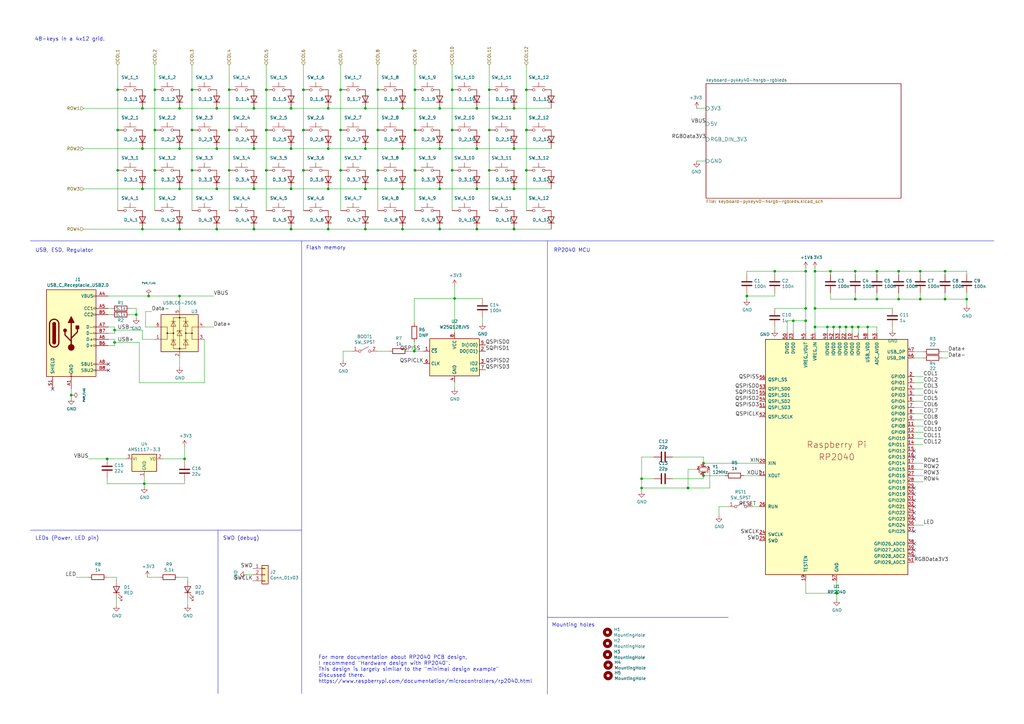
<source format=kicad_sch>
(kicad_sch (version 20230121) (generator eeschema)
  (paper "A3")
  (title_block (title "PyKey40 RP2040") (date "2023-11-06") (rev "2023.1") (company "Richard Goulter"))
  (junction (at 210.82 60.96))
  (junction (at 119.38 93.98))
  (junction (at 139.7 36.83))
  (junction (at 73.66 60.96))
  (junction (at 169.926 144.018))
  (junction (at 93.98 69.85))
  (junction (at 154.94 36.83))
  (junction (at 325.374 131.572))
  (junction (at 387.604 111.252))
  (junction (at 58.42 93.98))
  (junction (at 165.1 44.45))
  (junction (at 355.854 134.112))
  (junction (at 200.66 69.85))
  (junction (at 48.26 36.83))
  (junction (at 288.544 195.072))
  (junction (at 330.454 126.492))
  (junction (at 343.154 243.332))
  (junction (at 104.14 44.45))
  (junction (at 346.964 134.112))
  (junction (at 334.264 126.492))
  (junction (at 170.18 69.85))
  (junction (at 349.504 134.112))
  (junction (at 215.9 69.85))
  (junction (at 350.774 111.252))
  (junction (at 180.34 44.45))
  (junction (at 170.18 36.83))
  (junction (at 43.942 188.214))
  (junction (at 154.94 69.85))
  (junction (at 185.42 69.85))
  (junction (at 109.22 53.34))
  (junction (at 180.34 93.98))
  (junction (at 317.754 111.252))
  (junction (at 58.42 60.96))
  (junction (at 359.664 111.252))
  (junction (at 78.74 36.83))
  (junction (at 93.98 36.83))
  (junction (at 59.182 198.374))
  (junction (at 149.86 44.45))
  (junction (at 58.42 44.45))
  (junction (at 124.46 53.34))
  (junction (at 195.58 60.96))
  (junction (at 154.94 53.34))
  (junction (at 88.9 93.98))
  (junction (at 134.62 60.96))
  (junction (at 334.264 134.112))
  (junction (at 88.9 44.45))
  (junction (at 165.1 60.96))
  (junction (at 58.42 77.47))
  (junction (at 48.26 69.85))
  (junction (at 195.58 44.45))
  (junction (at 104.14 77.47))
  (junction (at 263.144 200.152))
  (junction (at 75.692 188.214))
  (junction (at 288.544 189.992))
  (junction (at 165.1 93.98))
  (junction (at 185.42 53.34))
  (junction (at 282.194 200.152))
  (junction (at 73.66 77.47))
  (junction (at 263.144 196.342))
  (junction (at 104.14 93.98))
  (junction (at 330.454 111.252))
  (junction (at 119.38 77.47))
  (junction (at 149.86 60.96))
  (junction (at 93.98 53.34))
  (junction (at 124.46 36.83))
  (junction (at 165.1 77.47))
  (junction (at 88.9 77.47))
  (junction (at 63.5 53.34))
  (junction (at 134.62 44.45))
  (junction (at 149.86 93.98))
  (junction (at 134.62 77.47))
  (junction (at 124.46 69.85))
  (junction (at 341.884 134.112))
  (junction (at 344.424 134.112))
  (junction (at 359.664 122.682))
  (junction (at 186.436 122.428))
  (junction (at 210.82 44.45))
  (junction (at 109.22 36.83))
  (junction (at 377.444 122.682))
  (junction (at 60.96 121.412))
  (junction (at 134.62 93.98))
  (junction (at 396.494 122.682))
  (junction (at 377.444 111.252))
  (junction (at 185.42 36.83))
  (junction (at 63.5 36.83))
  (junction (at 139.7 69.85))
  (junction (at 73.66 93.98))
  (junction (at 195.58 77.47))
  (junction (at 350.774 122.682))
  (junction (at 78.74 53.34))
  (junction (at 88.9 60.96))
  (junction (at 200.66 36.83))
  (junction (at 46.99 140.462))
  (junction (at 180.34 60.96))
  (junction (at 368.554 122.682))
  (junction (at 109.22 69.85))
  (junction (at 48.26 53.34))
  (junction (at 210.82 77.47))
  (junction (at 210.82 93.98))
  (junction (at 63.5 69.85))
  (junction (at 215.9 53.34))
  (junction (at 119.38 60.96))
  (junction (at 73.66 44.45))
  (junction (at 340.614 111.252))
  (junction (at 119.38 44.45))
  (junction (at 104.14 60.96))
  (junction (at 170.18 53.34))
  (junction (at 73.66 121.412))
  (junction (at 352.044 134.112))
  (junction (at 387.604 122.682))
  (junction (at 368.554 111.252))
  (junction (at 339.344 134.112))
  (junction (at 215.9 36.83))
  (junction (at 78.74 69.85))
  (junction (at 200.66 53.34))
  (junction (at 139.7 53.34))
  (junction (at 306.324 121.412))
  (junction (at 29.21 162.052))
  (junction (at 149.86 77.47))
  (junction (at 195.58 93.98))
  (junction (at 334.264 111.252))
  (junction (at 330.454 131.572))
  (junction (at 46.99 135.382))
  (junction (at 55.88 129.032))
  (junction (at 180.34 77.47))
  (no_connect (at 374.904 184.912))
  (no_connect (at 44.45 151.892))
  (no_connect (at 44.45 149.352))
  (no_connect (at 374.904 223.012))
  (no_connect (at 374.904 228.092))
  (no_connect (at 374.904 202.692))
  (no_connect (at 374.904 205.232))
  (no_connect (at 374.904 187.452))
  (no_connect (at 374.904 207.772))
  (no_connect (at 374.904 210.312))
  (no_connect (at 374.904 212.852))
  (no_connect (at 374.904 225.552))
  (no_connect (at 374.904 200.152))
  (no_connect (at 21.59 159.512))
  (no_connect (at 374.904 217.932))
  (wire (pts (xy 352.044 134.112) (xy 349.504 134.112)))
  (wire (pts (xy 83.82 134.112) (xy 87.63 134.112)))
  (wire (pts (xy 378.714 177.292) (xy 374.904 177.292)))
  (wire (pts (xy 75.692 188.214) (xy 75.692 189.484)))
  (wire (pts (xy 73.66 146.812) (xy 73.66 150.622)))
  (wire (pts (xy 286.004 192.532) (xy 282.194 192.532)))
  (wire (pts (xy 387.604 111.252) (xy 377.444 111.252)))
  (wire (pts (xy 48.26 26.67) (xy 48.26 36.83)))
  (wire (pts (xy 378.714 197.612) (xy 374.904 197.612)))
  (wire (pts (xy 195.58 77.47) (xy 210.82 77.47)))
  (wire (pts (xy 124.46 53.34) (xy 124.46 69.85)))
  (wire (pts (xy 343.154 243.332) (xy 343.154 245.872)))
  (wire (pts (xy 322.834 136.652) (xy 322.834 131.572)))
  (wire (pts (xy 200.66 26.67) (xy 200.66 36.83)))
  (wire (pts (xy 263.144 196.342) (xy 263.144 200.152)))
  (wire (pts (xy 104.14 77.47) (xy 119.38 77.47)))
  (wire (pts (xy 124.46 26.67) (xy 124.46 36.83)))
  (wire (pts (xy 285.75 44.45) (xy 289.56 44.45)))
  (wire (pts (xy 340.614 120.142) (xy 340.614 122.682)))
  (wire (pts (xy 93.98 69.85) (xy 93.98 86.36)))
  (wire (pts (xy 45.72 129.032) (xy 44.45 129.032)))
  (wire (pts (xy 55.88 129.032) (xy 55.88 130.302)))
  (wire (pts (xy 366.014 134.112) (xy 366.014 135.382)))
  (wire (pts (xy 119.38 60.96) (xy 104.14 60.96)))
  (wire (pts (xy 378.714 146.812) (xy 374.904 146.812)))
  (wire (pts (xy 263.144 187.452) (xy 263.144 196.342)))
  (wire (pts (xy 46.99 139.192) (xy 46.99 140.462)))
  (wire (pts (xy 215.9 26.67) (xy 215.9 36.83)))
  (wire (pts (xy 73.66 93.98) (xy 58.42 93.98)))
  (wire (pts (xy 339.344 136.652) (xy 339.344 134.112)))
  (wire (pts (xy 134.62 60.96) (xy 149.86 60.96)))
  (wire (pts (xy 374.904 162.052) (xy 378.714 162.052)))
  (wire (pts (xy 377.444 120.142) (xy 377.444 122.682)))
  (wire (pts (xy 210.82 93.98) (xy 195.58 93.98)))
  (wire (pts (xy 63.5 134.112) (xy 59.69 134.112)))
  (wire (pts (xy 119.38 77.47) (xy 134.62 77.47)))
  (wire (pts (xy 154.686 144.018) (xy 159.766 144.018)))
  (wire (pts (xy 377.444 111.252) (xy 368.554 111.252)))
  (wire (pts (xy 341.884 136.652) (xy 341.884 134.112)))
  (wire (pts (xy 197.866 132.588) (xy 197.866 130.048)))
  (wire (pts (xy 386.334 144.272) (xy 388.874 144.272)))
  (wire (pts (xy 109.22 36.83) (xy 109.22 53.34)))
  (wire (pts (xy 53.34 129.032) (xy 55.88 129.032)))
  (wire (pts (xy 197.866 122.428) (xy 186.436 122.428)))
  (wire (pts (xy 134.62 77.47) (xy 149.86 77.47)))
  (wire (pts (xy 93.98 53.34) (xy 93.98 69.85)))
  (wire (pts (xy 195.58 77.47) (xy 180.34 77.47)))
  (wire (pts (xy 186.436 122.428) (xy 186.436 136.398)))
  (wire (pts (xy 330.454 126.492) (xy 317.754 126.492)))
  (wire (pts (xy 43.942 198.374) (xy 59.182 198.374)))
  (wire (pts (xy 334.264 136.652) (xy 334.264 134.112)))
  (wire (pts (xy 83.82 139.192) (xy 83.82 156.972)))
  (wire (pts (xy 396.494 111.252) (xy 387.604 111.252)))
  (wire (pts (xy 396.494 112.522) (xy 396.494 111.252)))
  (polyline (pts (xy 12.446 217.424) (xy 123.698 217.424)))
  (wire (pts (xy 180.34 44.45) (xy 195.58 44.45)))
  (wire (pts (xy 334.264 111.252) (xy 334.264 109.982)))
  (wire (pts (xy 57.15 156.972) (xy 83.82 156.972)))
  (wire (pts (xy 349.504 134.112) (xy 346.964 134.112)))
  (polyline (pts (xy 89.408 217.424) (xy 89.408 284.48)))
  (wire (pts (xy 294.894 207.772) (xy 294.894 211.582)))
  (wire (pts (xy 46.99 140.462) (xy 46.99 141.732)))
  (wire (pts (xy 378.714 192.532) (xy 374.904 192.532)))
  (wire (pts (xy 73.152 236.728) (xy 76.962 236.728)))
  (wire (pts (xy 330.454 111.252) (xy 330.454 109.982)))
  (wire (pts (xy 268.224 196.342) (xy 263.144 196.342)))
  (wire (pts (xy 350.774 122.682) (xy 359.664 122.682)))
  (wire (pts (xy 298.704 207.772) (xy 294.894 207.772)))
  (wire (pts (xy 288.544 195.072) (xy 288.544 196.342)))
  (wire (pts (xy 282.194 192.532) (xy 282.194 200.152)))
  (wire (pts (xy 139.7 26.67) (xy 139.7 36.83)))
  (wire (pts (xy 154.94 53.34) (xy 154.94 69.85)))
  (wire (pts (xy 378.714 189.992) (xy 374.904 189.992)))
  (wire (pts (xy 88.9 77.47) (xy 104.14 77.47)))
  (wire (pts (xy 78.74 26.67) (xy 78.74 36.83)))
  (wire (pts (xy 226.06 93.98) (xy 210.82 93.98)))
  (wire (pts (xy 75.692 183.134) (xy 75.692 188.214)))
  (wire (pts (xy 317.754 120.142) (xy 317.754 121.412)))
  (wire (pts (xy 59.69 127.762) (xy 62.23 127.762)))
  (wire (pts (xy 154.94 36.83) (xy 154.94 53.34)))
  (wire (pts (xy 134.62 44.45) (xy 149.86 44.45)))
  (wire (pts (xy 368.554 120.142) (xy 368.554 122.682)))
  (wire (pts (xy 124.46 69.85) (xy 124.46 86.36)))
  (wire (pts (xy 352.044 136.652) (xy 352.044 134.112)))
  (wire (pts (xy 180.34 60.96) (xy 195.58 60.96)))
  (wire (pts (xy 185.42 53.34) (xy 185.42 69.85)))
  (wire (pts (xy 73.66 60.96) (xy 88.9 60.96)))
  (wire (pts (xy 346.964 134.112) (xy 344.424 134.112)))
  (wire (pts (xy 350.774 112.522) (xy 350.774 111.252)))
  (wire (pts (xy 154.94 26.67) (xy 154.94 36.83)))
  (wire (pts (xy 200.66 36.83) (xy 200.66 53.34)))
  (wire (pts (xy 73.66 44.45) (xy 88.9 44.45)))
  (wire (pts (xy 344.424 134.112) (xy 341.884 134.112)))
  (wire (pts (xy 185.42 69.85) (xy 185.42 86.36)))
  (wire (pts (xy 346.964 136.652) (xy 346.964 134.112)))
  (wire (pts (xy 306.324 122.682) (xy 306.324 121.412)))
  (wire (pts (xy 374.904 172.212) (xy 378.714 172.212)))
  (wire (pts (xy 195.58 93.98) (xy 180.34 93.98)))
  (wire (pts (xy 340.614 122.682) (xy 350.774 122.682)))
  (wire (pts (xy 63.5 53.34) (xy 63.5 69.85)))
  (wire (pts (xy 359.664 134.112) (xy 355.854 134.112)))
  (wire (pts (xy 359.664 120.142) (xy 359.664 122.682)))
  (wire (pts (xy 63.5 69.85) (xy 63.5 86.36)))
  (wire (pts (xy 388.874 146.812) (xy 386.334 146.812)))
  (wire (pts (xy 139.7 53.34) (xy 139.7 69.85)))
  (wire (pts (xy 325.374 131.572) (xy 330.454 131.572)))
  (wire (pts (xy 48.26 36.83) (xy 48.26 53.34)))
  (wire (pts (xy 291.084 200.152) (xy 282.194 200.152)))
  (wire (pts (xy 387.604 112.522) (xy 387.604 111.252)))
  (wire (pts (xy 109.22 69.85) (xy 109.22 86.36)))
  (wire (pts (xy 210.82 44.45) (xy 226.06 44.45)))
  (wire (pts (xy 93.98 26.67) (xy 93.98 36.83)))
  (wire (pts (xy 186.436 159.258) (xy 186.436 156.718)))
  (wire (pts (xy 119.38 93.98) (xy 104.14 93.98)))
  (wire (pts (xy 195.58 44.45) (xy 210.82 44.45)))
  (wire (pts (xy 366.014 126.492) (xy 334.264 126.492)))
  (wire (pts (xy 282.194 200.152) (xy 263.144 200.152)))
  (wire (pts (xy 170.18 69.85) (xy 170.18 86.36)))
  (wire (pts (xy 48.26 69.85) (xy 48.26 86.36)))
  (wire (pts (xy 185.42 26.67) (xy 185.42 36.83)))
  (wire (pts (xy 57.15 140.462) (xy 57.15 156.972)))
  (wire (pts (xy 88.9 93.98) (xy 73.66 93.98)))
  (wire (pts (xy 340.614 112.522) (xy 340.614 111.252)))
  (wire (pts (xy 317.754 111.252) (xy 306.324 111.252)))
  (wire (pts (xy 200.66 69.85) (xy 200.66 86.36)))
  (wire (pts (xy 78.74 53.34) (xy 78.74 69.85)))
  (wire (pts (xy 29.21 162.052) (xy 29.21 163.322)))
  (wire (pts (xy 374.904 159.512) (xy 378.714 159.512)))
  (wire (pts (xy 104.14 44.45) (xy 119.38 44.45)))
  (wire (pts (xy 374.904 169.672) (xy 378.714 169.672)))
  (wire (pts (xy 48.26 53.34) (xy 48.26 69.85)))
  (wire (pts (xy 58.42 44.45) (xy 34.29 44.45)))
  (wire (pts (xy 396.494 122.682) (xy 396.494 125.222)))
  (wire (pts (xy 134.62 93.98) (xy 119.38 93.98)))
  (wire (pts (xy 60.452 236.728) (xy 65.532 236.728)))
  (wire (pts (xy 66.802 188.214) (xy 75.692 188.214)))
  (wire (pts (xy 341.884 134.112) (xy 339.344 134.112)))
  (wire (pts (xy 377.444 112.522) (xy 377.444 111.252)))
  (wire (pts (xy 200.66 53.34) (xy 200.66 69.85)))
  (wire (pts (xy 149.86 44.45) (xy 165.1 44.45)))
  (wire (pts (xy 73.66 121.412) (xy 73.66 126.492)))
  (wire (pts (xy 169.926 140.208) (xy 169.926 144.018)))
  (wire (pts (xy 374.904 156.972) (xy 378.714 156.972)))
  (wire (pts (xy 58.42 60.96) (xy 73.66 60.96)))
  (wire (pts (xy 53.34 126.492) (xy 55.88 126.492)))
  (wire (pts (xy 149.86 93.98) (xy 165.1 93.98)))
  (wire (pts (xy 263.144 200.152) (xy 263.144 201.422)))
  (wire (pts (xy 58.42 139.192) (xy 58.42 135.382)))
  (wire (pts (xy 109.22 26.67) (xy 109.22 36.83)))
  (wire (pts (xy 46.99 136.652) (xy 44.45 136.652)))
  (wire (pts (xy 169.926 144.018) (xy 167.386 144.018)))
  (wire (pts (xy 31.242 236.728) (xy 36.322 236.728)))
  (wire (pts (xy 140.716 144.018) (xy 140.716 147.828)))
  (wire (pts (xy 47.752 245.618) (xy 47.752 248.158)))
  (wire (pts (xy 374.904 182.372) (xy 378.714 182.372)))
  (wire (pts (xy 330.454 243.332) (xy 343.154 243.332)))
  (wire (pts (xy 165.1 77.47) (xy 180.34 77.47)))
  (polyline (pts (xy 123.698 98.806) (xy 123.698 284.48)))
  (wire (pts (xy 334.264 134.112) (xy 334.264 126.492)))
  (wire (pts (xy 46.99 140.462) (xy 57.15 140.462)))
  (wire (pts (xy 297.434 195.072) (xy 288.544 195.072)))
  (wire (pts (xy 339.344 134.112) (xy 334.264 134.112)))
  (wire (pts (xy 59.69 134.112) (xy 59.69 127.762)))
  (wire (pts (xy 359.664 112.522) (xy 359.664 111.252)))
  (wire (pts (xy 291.084 192.532) (xy 291.084 200.152)))
  (wire (pts (xy 170.18 53.34) (xy 170.18 69.85)))
  (wire (pts (xy 58.42 60.96) (xy 34.29 60.96)))
  (wire (pts (xy 139.7 69.85) (xy 139.7 86.36)))
  (wire (pts (xy 374.904 164.592) (xy 378.714 164.592)))
  (wire (pts (xy 78.74 36.83) (xy 78.74 53.34)))
  (wire (pts (xy 44.45 139.192) (xy 46.99 139.192)))
  (wire (pts (xy 215.9 69.85) (xy 215.9 86.36)))
  (wire (pts (xy 134.62 93.98) (xy 149.86 93.98)))
  (wire (pts (xy 330.454 126.492) (xy 330.454 111.252)))
  (wire (pts (xy 377.444 122.682) (xy 387.604 122.682)))
  (wire (pts (xy 374.904 195.072) (xy 378.714 195.072)))
  (wire (pts (xy 308.864 207.772) (xy 311.404 207.772)))
  (wire (pts (xy 306.324 111.252) (xy 306.324 112.522)))
  (wire (pts (xy 59.182 195.834) (xy 59.182 198.374)))
  (wire (pts (xy 104.14 93.98) (xy 88.9 93.98)))
  (wire (pts (xy 374.904 174.752) (xy 378.714 174.752)))
  (wire (pts (xy 43.942 236.728) (xy 47.752 236.728)))
  (wire (pts (xy 170.18 26.67) (xy 170.18 36.83)))
  (wire (pts (xy 349.504 136.652) (xy 349.504 134.112)))
  (wire (pts (xy 43.942 188.214) (xy 51.562 188.214)))
  (wire (pts (xy 63.5 36.83) (xy 63.5 53.34)))
  (wire (pts (xy 311.404 189.992) (xy 288.544 189.992)))
  (wire (pts (xy 374.904 154.432) (xy 378.714 154.432)))
  (wire (pts (xy 186.436 117.348) (xy 186.436 122.428)))
  (wire (pts (xy 170.18 36.83) (xy 170.18 53.34)))
  (wire (pts (xy 55.88 126.492) (xy 55.88 129.032)))
  (wire (pts (xy 73.66 121.412) (xy 87.63 121.412)))
  (wire (pts (xy 330.454 111.252) (xy 317.754 111.252)))
  (wire (pts (xy 119.38 60.96) (xy 134.62 60.96)))
  (wire (pts (xy 47.752 236.728) (xy 47.752 237.998)))
  (wire (pts (xy 317.754 112.522) (xy 317.754 111.252)))
  (wire (pts (xy 322.834 131.572) (xy 325.374 131.572)))
  (wire (pts (xy 374.904 179.832) (xy 378.714 179.832)))
  (wire (pts (xy 44.45 121.412) (xy 60.96 121.412)))
  (wire (pts (xy 63.5 139.192) (xy 58.42 139.192)))
  (wire (pts (xy 149.86 77.47) (xy 165.1 77.47)))
  (wire (pts (xy 359.664 122.682) (xy 368.554 122.682)))
  (wire (pts (xy 185.42 36.83) (xy 185.42 53.34)))
  (wire (pts (xy 285.75 66.04) (xy 289.56 66.04)))
  (wire (pts (xy 330.454 131.572) (xy 330.454 126.492)))
  (wire (pts (xy 350.774 120.142) (xy 350.774 122.682)))
  (wire (pts (xy 330.454 238.252) (xy 330.454 243.332)))
  (wire (pts (xy 288.544 196.342) (xy 275.844 196.342)))
  (wire (pts (xy 144.526 144.018) (xy 140.716 144.018)))
  (wire (pts (xy 355.854 134.112) (xy 352.044 134.112)))
  (wire (pts (xy 60.96 121.412) (xy 73.66 121.412)))
  (wire (pts (xy 374.904 144.272) (xy 378.714 144.272)))
  (wire (pts (xy 29.21 159.512) (xy 29.21 162.052)))
  (wire (pts (xy 195.58 60.96) (xy 210.82 60.96)))
  (wire (pts (xy 374.904 215.392) (xy 378.714 215.392)))
  (wire (pts (xy 173.736 144.018) (xy 169.926 144.018)))
  (wire (pts (xy 340.614 111.252) (xy 334.264 111.252)))
  (wire (pts (xy 355.854 136.652) (xy 355.854 134.112)))
  (wire (pts (xy 36.322 188.214) (xy 43.942 188.214)))
  (wire (pts (xy 350.774 111.252) (xy 340.614 111.252)))
  (wire (pts (xy 165.1 60.96) (xy 180.34 60.96)))
  (wire (pts (xy 288.544 187.452) (xy 275.844 187.452)))
  (wire (pts (xy 58.42 93.98) (xy 34.29 93.98)))
  (wire (pts (xy 73.66 77.47) (xy 88.9 77.47)))
  (wire (pts (xy 101.092 235.712) (xy 103.632 235.712)))
  (wire (pts (xy 343.154 238.252) (xy 343.154 243.332)))
  (wire (pts (xy 288.544 189.992) (xy 288.544 187.452)))
  (wire (pts (xy 215.9 36.83) (xy 215.9 53.34)))
  (wire (pts (xy 165.1 44.45) (xy 180.34 44.45)))
  (wire (pts (xy 396.494 120.142) (xy 396.494 122.682)))
  (wire (pts (xy 169.926 122.428) (xy 169.926 132.588)))
  (wire (pts (xy 46.99 141.732) (xy 44.45 141.732)))
  (wire (pts (xy 344.424 136.652) (xy 344.424 134.112)))
  (wire (pts (xy 109.22 53.34) (xy 109.22 69.85)))
  (wire (pts (xy 387.604 122.682) (xy 396.494 122.682)))
  (wire (pts (xy 268.224 187.452) (xy 263.144 187.452)))
  (wire (pts (xy 368.554 122.682) (xy 377.444 122.682)))
  (wire (pts (xy 139.7 36.83) (xy 139.7 53.34)))
  (wire (pts (xy 75.692 197.104) (xy 75.692 198.374)))
  (wire (pts (xy 75.692 198.374) (xy 59.182 198.374)))
  (wire (pts (xy 210.82 60.96) (xy 226.06 60.96)))
  (wire (pts (xy 180.34 93.98) (xy 165.1 93.98)))
  (wire (pts (xy 186.436 122.428) (xy 169.926 122.428)))
  (polyline (pts (xy 224.536 98.806) (xy 224.536 284.734)))
  (wire (pts (xy 78.74 69.85) (xy 78.74 86.36)))
  (wire (pts (xy 58.42 44.45) (xy 73.66 44.45)))
  (wire (pts (xy 88.9 44.45) (xy 104.14 44.45)))
  (wire (pts (xy 46.99 134.112) (xy 46.99 135.382)))
  (wire (pts (xy 215.9 53.34) (xy 215.9 69.85)))
  (wire (pts (xy 93.98 36.83) (xy 93.98 53.34)))
  (wire (pts (xy 44.45 134.112) (xy 46.99 134.112)))
  (wire (pts (xy 317.754 121.412) (xy 306.324 121.412)))
  (wire (pts (xy 58.42 77.47) (xy 73.66 77.47)))
  (wire (pts (xy 359.664 136.652) (xy 359.664 134.112)))
  (wire (pts (xy 88.9 60.96) (xy 104.14 60.96)))
  (wire (pts (xy 325.374 136.652) (xy 325.374 131.572)))
  (wire (pts (xy 58.42 135.382) (xy 46.99 135.382)))
  (wire (pts (xy 59.182 198.374) (xy 59.182 199.644)))
  (wire (pts (xy 76.962 236.728) (xy 76.962 237.998)))
  (wire (pts (xy 58.42 77.47) (xy 34.29 77.47)))
  (wire (pts (xy 44.45 126.492) (xy 45.72 126.492)))
  (wire (pts (xy 226.06 77.47) (xy 210.82 77.47)))
  (wire (pts (xy 359.664 111.252) (xy 350.774 111.252)))
  (wire (pts (xy 311.404 195.072) (xy 305.054 195.072)))
  (wire (pts (xy 334.264 126.492) (xy 334.264 111.252)))
  (wire (pts (xy 387.604 120.142) (xy 387.604 122.682)))
  (wire (pts (xy 76.962 245.618) (xy 76.962 248.158)))
  (wire (pts (xy 317.754 134.112) (xy 317.754 135.382)))
  (wire (pts (xy 134.62 44.45) (xy 119.38 44.45)))
  (wire (pts (xy 43.942 195.834) (xy 43.942 198.374)))
  (wire (pts (xy 306.324 121.412) (xy 306.324 120.142)))
  (polyline (pts (xy 224.536 253.238) (xy 298.704 253.238)))
  (wire (pts (xy 63.5 26.67) (xy 63.5 36.83)))
  (wire (pts (xy 46.99 135.382) (xy 46.99 136.652)))
  (wire (pts (xy 149.86 60.96) (xy 165.1 60.96)))
  (wire (pts (xy 154.94 69.85) (xy 154.94 86.36)))
  (wire (pts (xy 330.454 136.652) (xy 330.454 131.572)))
  (wire (pts (xy 368.554 112.522) (xy 368.554 111.252)))
  (wire (pts (xy 368.554 111.252) (xy 359.664 111.252)))
  (polyline (pts (xy 12.446 98.806) (xy 407.67 98.806)))
  (wire (pts (xy 124.46 36.83) (xy 124.46 53.34)))
  (wire (pts (xy 374.904 167.132) (xy 378.714 167.132)))
  (text "LEDs (Power, LED pin)" (at 14.478 221.742 0) (effects (font (size 1.524 1.524)) (justify left bottom)))
  (text "RP2040 MCU" (at 227.076 103.632 0) (effects (font (size 1.524 1.524)) (justify left bottom)))
  (text "Mounting holes" (at 226.314 257.302 0) (effects (font (size 1.524 1.524)) (justify left bottom)))
  (text "For more documentation about RP2040 PCB design,\nI recommend \"Hardware design with RP2040\".\nThis design is largely similar to the \"minimal design example\"\ndiscussed there.\nhttps://www.raspberrypi.com/documentation/microcontrollers/rp2040.html\n" (at 130.556 280.416 0) (effects (font (size 1.524 1.524)) (justify left bottom)))
  (text "USB, ESD, Regulator" (at 14.478 103.632 0) (effects (font (size 1.524 1.524)) (justify left bottom)))
  (text "Flash memory" (at 125.476 102.616 0) (effects (font (size 1.524 1.524)) (justify left bottom)))
  (text "SWD (debug)" (at 91.44 221.742 0) (effects (font (size 1.524 1.524)) (justify left bottom)))
  (text "48-keys in a 4x12 grid." (at 14.224 17.018 0) (effects (font (size 1.524 1.524)) (justify left bottom)))
  (label "USB+" (at 48.26 140.462 0) (effects (font (size 1.524 1.524))))
  (label "COL3" (at 378.714 159.512 0) (effects (font (size 1.524 1.524))))
  (label "COL10" (at 378.714 177.292 0) (effects (font (size 1.524 1.524))))
  (label "Data+" (at 388.874 144.272 0) (effects (font (size 1.524 1.524))))
  (label "COL7" (at 378.714 169.672 0) (effects (font (size 1.524 1.524))))
  (label "VBUS" (at 289.56 50.8 180) (effects (font (size 1.524 1.524))))
  (label "COL1" (at 378.714 154.432 0) (effects (font (size 1.524 1.524))))
  (label "RESET" (at 310.134 207.772 180) (effects (font (size 1.524 1.524))))
  (label "ROW1" (at 378.714 189.992 0) (effects (font (size 1.524 1.524))))
  (label "XOUT" (at 306.324 195.072 0) (effects (font (size 1.524 1.524))))
  (label "SWCLK" (at 311.404 219.202 180) (effects (font (size 1.524 1.524))))
  (label "Data-" (at 62.23 127.762 0) (effects (font (size 1.524 1.524))))
  (label "QSPISD3" (at 311.404 167.132 180) (effects (font (size 1.524 1.524))))
  (label "USB-" (at 48.26 135.382 0) (effects (font (size 1.524 1.524))))
  (label "QSPISS" (at 311.404 155.702 180) (effects (font (size 1.524 1.524))))
  (label "ROW3" (at 378.714 195.072 0) (effects (font (size 1.524 1.524))))
  (label "QSPICLK" (at 173.736 149.098 180) (effects (font (size 1.524 1.524))))
  (label "COL9" (at 378.714 174.752 0) (effects (font (size 1.524 1.524))))
  (label "RGBData3V3" (at 289.56 57.15 180) (effects (font (size 1.524 1.524))))
  (label "SWCLK" (at 103.632 238.252 180) (effects (font (size 1.524 1.524))))
  (label "VBUS" (at 87.63 121.412 0) (effects (font (size 1.524 1.524))))
  (label "COL8" (at 378.714 172.212 0) (effects (font (size 1.524 1.524))))
  (label "LED" (at 378.714 215.392 0) (effects (font (size 1.524 1.524))))
  (label "QSPISS" (at 172.466 144.018 180) (effects (font (size 1.524 1.524))))
  (label "QSPICLK" (at 311.404 170.942 180) (effects (font (size 1.524 1.524))))
  (label "ROW4" (at 378.714 197.612 0) (effects (font (size 1.524 1.524))))
  (label "COL12" (at 378.714 182.372 0) (effects (font (size 1.524 1.524))))
  (label "Data-" (at 388.874 146.812 0) (effects (font (size 1.524 1.524))))
  (label "COL5" (at 378.714 164.592 0) (effects (font (size 1.524 1.524))))
  (label "SWD" (at 103.632 233.172 180) (effects (font (size 1.524 1.524))))
  (label "QSPISD0" (at 311.404 159.512 180) (effects (font (size 1.524 1.524))))
  (label "RGBData3V3" (at 374.904 230.632 0) (effects (font (size 1.524 1.524))))
  (label "SQPISD1" (at 311.404 162.052 180) (effects (font (size 1.524 1.524))))
  (label "QSPISD0" (at 199.136 141.478 0) (effects (font (size 1.524 1.524))))
  (label "COL4" (at 378.714 162.052 0) (effects (font (size 1.524 1.524))))
  (label "QSPISD2" (at 311.404 164.592 180) (effects (font (size 1.524 1.524))))
  (label "COL6" (at 378.714 167.132 0) (effects (font (size 1.524 1.524))))
  (label "QSPISD2" (at 199.136 149.098 0) (effects (font (size 1.524 1.524))))
  (label "SQPISD1" (at 199.136 144.018 0) (effects (font (size 1.524 1.524))))
  (label "VBUS" (at 36.322 188.214 180) (effects (font (size 1.524 1.524))))
  (label "COL11" (at 378.714 179.832 0) (effects (font (size 1.524 1.524))))
  (label "LED" (at 31.242 236.728 180) (effects (font (size 1.524 1.524))))
  (label "ROW2" (at 378.714 192.532 0) (effects (font (size 1.524 1.524))))
  (label "XIN" (at 307.594 189.992 0) (effects (font (size 1.524 1.524))))
  (label "Data+" (at 87.63 134.112 0) (effects (font (size 1.524 1.524))))
  (label "COL2" (at 378.714 156.972 0) (effects (font (size 1.524 1.524))))
  (label "SWD" (at 311.404 221.742 180) (effects (font (size 1.524 1.524))))
  (label "QSPISD3" (at 199.136 151.638 0) (effects (font (size 1.524 1.524))))
  (hierarchical_label "COL6" (shape input) (at 124.46 26.67 90))
  (hierarchical_label "COL5" (shape input) (at 109.22 26.67 90))
  (hierarchical_label "COL1" (shape input) (at 48.26 26.67 90))
  (hierarchical_label "COL2" (shape input) (at 63.5 26.67 90))
  (hierarchical_label "COL9" (shape input) (at 170.18 26.67 90))
  (hierarchical_label "COL7" (shape input) (at 139.7 26.67 90))
  (hierarchical_label "ROW1" (shape input) (at 34.29 44.45 180))
  (hierarchical_label "COL12" (shape input) (at 215.9 26.67 90))
  (hierarchical_label "ROW3" (shape input) (at 34.29 77.47 180))
  (hierarchical_label "COL8" (shape input) (at 154.94 26.67 90))
  (hierarchical_label "COL4" (shape input) (at 93.98 26.67 90))
  (hierarchical_label "ROW2" (shape input) (at 34.29 60.96 180))
  (hierarchical_label "ROW4" (shape input) (at 34.29 93.98 180))
  (hierarchical_label "COL10" (shape input) (at 185.42 26.67 90))
  (hierarchical_label "COL11" (shape input) (at 200.66 26.67 90))
  (hierarchical_label "COL3" (shape input) (at 78.74 26.67 90))
  (symbol (lib_id "Connector:USB_C_Receptacle_USB2.0") (at 29.21 136.652 0) (unit 1)
    (property "Reference" "J1" (at 31.9278 114.6302 0))
    (property "Value" "USB_C_Receptacle_USB2.0" (at 31.9278 116.9416 0))
    (property "Footprint" "Connector_USB:USB_C_Receptacle_HRO_TYPE-C-31-M-12" (effects hide))
    (property "Datasheet" "https://www.usb.org/sites/default/files/documents/usb_type-c.zip" (effects hide))
  )
  (symbol (lib_id "power:GND") (at 29.21 163.322 0) (unit 1)
    (property "Reference" "#PWR03" (effects hide))
    (property "Value" "GND" (at 29.337 167.7162 0))
  )
  (symbol (lib_id "MCU_RaspberryPi_RP2040:RP2040") (at 343.154 187.452 0) (unit 1)
    (property "Reference" "U1" (at 343.154 240.5126 0))
    (property "Value" "RP2040" (at 343.154 242.824 0))
    (property "Footprint" "RP2040_minimal:RP2040-QFN-56" (effects hide))
    (property "LCSC" "C2040" (effects hide))
  )
  (symbol (lib_id "Memory_Flash:W25Q128JVS") (at 186.436 146.558 0) (unit 1)
    (property "Reference" "U2" (at 186.436 131.8006 0))
    (property "Value" "W25Q128JVS" (at 186.436 134.112 0))
    (property "Footprint" "Package_SO:SOIC-8_5.23x5.23mm_P1.27mm" (effects hide))
    (property "Datasheet" "http://www.winbond.com/resource-files/w25q128jv_dtr%20revc%2003272018%20plus.pdf" (effects hide))
    (property "LCSC" "C97521" (effects hide))
  )
  (symbol (lib_id "Power_Protection:USBLC6-2SC6") (at 73.66 136.652 0) (unit 1)
    (property "Reference" "U3" (at 79.756 127.762 0))
    (property "Value" "USBLC6-2SC6" (at 73.66 124.206 0))
    (property "Footprint" "Package_TO_SOT_SMD:SOT-23-6" (effects hide))
    (property "Datasheet" "https://www.st.com/resource/en/datasheet/usblc6-2.pdf" (effects hide))
    (property "LCSC" "C558442" (effects hide))
  )
  (symbol (lib_id "power:GND") (at 73.66 150.622 0) (unit 1)
    (property "Reference" "#PWR02" (effects hide))
    (property "Value" "GND" (at 73.787 155.0162 0))
  )
  (symbol (lib_id "Device:R") (at 49.53 126.492 270) (unit 1)
    (property "Reference" "R1" (at 49.53 124.206 90))
    (property "Value" "5.1k" (at 49.53 126.492 90))
    (property "Footprint" "Resistor_SMD:R_0603_1608Metric" (effects hide))
    (property "LCSC" "C23186" (effects hide))
  )
  (symbol (lib_id "Device:R") (at 49.53 129.032 270) (unit 1)
    (property "Reference" "R2" (at 49.53 131.318 90))
    (property "Value" "5.1k" (at 49.53 129.032 90))
    (property "Footprint" "Resistor_SMD:R_0603_1608Metric" (effects hide))
    (property "LCSC" "C23186" (effects hide))
  )
  (symbol (lib_id "power:GND") (at 55.88 130.302 0) (unit 1)
    (property "Reference" "#PWR01" (effects hide))
    (property "Value" "GND" (at 56.007 134.6962 0))
  )
  (symbol (lib_id "Device:R") (at 163.576 144.018 270) (unit 1)
    (property "Reference" "R7" (at 163.576 138.7602 90))
    (property "Value" "1k" (at 163.576 141.0716 90))
    (property "Footprint" "Resistor_SMD:R_0603_1608Metric" (effects hide))
    (property "LCSC" "C21190" (effects hide))
  )
  (symbol (lib_id "Device:R") (at 169.926 136.398 180) (unit 1) (in_bom no)
    (property "Reference" "R6" (at 171.704 135.2296 0) (effects (justify right)))
    (property "Value" "DNP" (at 171.704 137.541 0) (effects (justify right)))
    (property "Footprint" "Resistor_SMD:R_0603_1608Metric" (effects hide))
  )
  (symbol (lib_id "Device:C") (at 197.866 126.238 0) (unit 1)
    (property "Reference" "C14" (at 200.787 125.0696 0) (effects (justify left)))
    (property "Value" "100n" (at 200.787 127.381 0) (effects (justify left)))
    (property "Footprint" "Capacitor_SMD:C_0603_1608Metric" (effects hide))
    (property "LCSC" "C14663" (effects hide))
  )
  (symbol (lib_id "power:GND") (at 186.436 159.258 0) (unit 1)
    (property "Reference" "#PWR0101" (effects hide))
    (property "Value" "GND" (at 186.563 163.6522 0))
  )
  (symbol (lib_id "power:GND") (at 140.716 147.828 0) (unit 1)
    (property "Reference" "#PWR0102" (effects hide))
    (property "Value" "GND" (at 140.843 152.2222 0))
  )
  (symbol (lib_id "power:GND") (at 197.866 132.588 0) (unit 1)
    (property "Reference" "#PWR0103" (effects hide))
    (property "Value" "GND" (at 197.993 136.9822 0))
  )
  (symbol (lib_id "power:GND") (at 343.154 245.872 0) (unit 1)
    (property "Reference" "#PWR0104" (effects hide))
    (property "Value" "GND" (at 343.281 250.2662 0))
  )
  (symbol (lib_id "Switch:SW_SPST") (at 303.784 207.772 0) (unit 1) (in_bom no)
    (property "Reference" "RST1" (at 303.784 201.803 0))
    (property "Value" "SW_SPST" (at 303.784 204.1144 0))
    (property "Footprint" "Connector_Wire:SolderWire-0.5sqmm_1x02_P4.6mm_D0.9mm_OD2.1mm" (effects hide))
  )
  (symbol (lib_id "power:GND") (at 294.894 211.582 0) (unit 1)
    (property "Reference" "#PWR0105" (effects hide))
    (property "Value" "GND" (at 295.021 215.9762 0))
  )
  (symbol (lib_id "Device:R") (at 382.524 144.272 270) (unit 1)
    (property "Reference" "R3" (at 382.524 139.0142 90))
    (property "Value" "22" (at 382.524 141.3256 90))
    (property "Footprint" "Resistor_SMD:R_0603_1608Metric" (effects hide))
    (property "LCSC" "C23345" (effects hide))
  )
  (symbol (lib_id "Device:R") (at 382.524 146.812 270) (unit 1)
    (property "Reference" "R4" (at 382.524 149.098 90))
    (property "Value" "22" (at 382.524 151.13 90))
    (property "Footprint" "Resistor_SMD:R_0603_1608Metric" (effects hide))
    (property "LCSC" "C23345" (effects hide))
  )
  (symbol (lib_id "power:+1V1") (at 330.454 109.982 0) (unit 1)
    (property "Reference" "#PWR0106" (effects hide))
    (property "Value" "+1V1" (at 330.835 105.5878 0))
  )
  (symbol (lib_id "power:+3V3") (at 334.264 109.982 0) (unit 1)
    (property "Reference" "#PWR0107" (effects hide))
    (property "Value" "+3V3" (at 334.645 105.5878 0))
  )
  (symbol (lib_id "power:+3V3") (at 186.436 117.348 0) (unit 1)
    (property "Reference" "#PWR0108" (effects hide))
    (property "Value" "+3V3" (at 186.817 112.9538 0))
  )
  (symbol (lib_id "Device:C") (at 340.614 116.332 0) (unit 1)
    (property "Reference" "C3" (at 343.535 115.1636 0) (effects (justify left)))
    (property "Value" "100n" (at 343.535 117.475 0) (effects (justify left)))
    (property "Footprint" "Capacitor_SMD:C_0603_1608Metric" (effects hide))
    (property "LCSC" "C14663" (effects hide))
  )
  (symbol (lib_id "Device:C") (at 350.774 116.332 0) (unit 1)
    (property "Reference" "C4" (at 353.695 115.1636 0) (effects (justify left)))
    (property "Value" "100n" (at 353.695 117.475 0) (effects (justify left)))
    (property "Footprint" "Capacitor_SMD:C_0603_1608Metric" (effects hide))
    (property "LCSC" "C14663" (effects hide))
  )
  (symbol (lib_id "Device:C") (at 359.664 116.332 0) (unit 1)
    (property "Reference" "C5" (at 362.585 115.1636 0) (effects (justify left)))
    (property "Value" "100n" (at 362.585 117.475 0) (effects (justify left)))
    (property "Footprint" "Capacitor_SMD:C_0603_1608Metric" (effects hide))
    (property "LCSC" "C14663" (effects hide))
  )
  (symbol (lib_id "Device:C") (at 368.554 116.332 0) (unit 1)
    (property "Reference" "C6" (at 371.475 115.1636 0) (effects (justify left)))
    (property "Value" "100n" (at 371.475 117.475 0) (effects (justify left)))
    (property "Footprint" "Capacitor_SMD:C_0603_1608Metric" (effects hide))
    (property "LCSC" "C14663" (effects hide))
  )
  (symbol (lib_id "Device:C") (at 377.444 116.332 0) (unit 1)
    (property "Reference" "C7" (at 380.365 115.1636 0) (effects (justify left)))
    (property "Value" "100n" (at 380.365 117.475 0) (effects (justify left)))
    (property "Footprint" "Capacitor_SMD:C_0603_1608Metric" (effects hide))
    (property "LCSC" "C14663" (effects hide))
  )
  (symbol (lib_id "Device:C") (at 387.604 116.332 0) (unit 1)
    (property "Reference" "C8" (at 390.525 115.1636 0) (effects (justify left)))
    (property "Value" "100n" (at 390.525 117.475 0) (effects (justify left)))
    (property "Footprint" "Capacitor_SMD:C_0603_1608Metric" (effects hide))
    (property "LCSC" "C14663" (effects hide))
  )
  (symbol (lib_id "Device:C") (at 396.494 116.332 0) (unit 1)
    (property "Reference" "C9" (at 399.415 115.1636 0) (effects (justify left)))
    (property "Value" "100n" (at 399.415 117.475 0) (effects (justify left)))
    (property "Footprint" "Capacitor_SMD:C_0603_1608Metric" (effects hide))
    (property "LCSC" "C14663" (effects hide))
  )
  (symbol (lib_id "Device:C") (at 317.754 116.332 0) (unit 1)
    (property "Reference" "C2" (at 320.675 115.1636 0) (effects (justify left)))
    (property "Value" "100n" (at 320.675 117.475 0) (effects (justify left)))
    (property "Footprint" "Capacitor_SMD:C_0603_1608Metric" (effects hide))
    (property "LCSC" "C14663" (effects hide))
  )
  (symbol (lib_id "Device:C") (at 306.324 116.332 0) (unit 1)
    (property "Reference" "C1" (at 309.245 115.1636 0) (effects (justify left)))
    (property "Value" "100n" (at 309.245 117.475 0) (effects (justify left)))
    (property "Footprint" "Capacitor_SMD:C_0603_1608Metric" (effects hide))
    (property "LCSC" "C14663" (effects hide))
  )
  (symbol (lib_id "Device:C") (at 317.754 130.302 0) (unit 1)
    (property "Reference" "C10" (at 320.675 129.1336 0) (effects (justify left)))
    (property "Value" "1u" (at 320.675 131.445 0) (effects (justify left)))
    (property "Footprint" "Capacitor_SMD:C_0603_1608Metric" (effects hide))
    (property "LCSC" "C15849" (effects hide))
  )
  (symbol (lib_id "Device:C") (at 366.014 130.302 0) (unit 1)
    (property "Reference" "C11" (at 368.935 129.1336 0) (effects (justify left)))
    (property "Value" "1u" (at 368.935 131.445 0) (effects (justify left)))
    (property "Footprint" "Capacitor_SMD:C_0603_1608Metric" (effects hide))
    (property "LCSC" "C15849" (effects hide))
  )
  (symbol (lib_id "power:GND") (at 306.324 122.682 0) (unit 1)
    (property "Reference" "#PWR0109" (effects hide))
    (property "Value" "GND" (at 306.451 127.0762 0))
  )
  (symbol (lib_id "power:GND") (at 317.754 135.382 0) (unit 1)
    (property "Reference" "#PWR0110" (effects hide))
    (property "Value" "GND" (at 313.69 137.16 0))
  )
  (symbol (lib_id "power:GND") (at 366.014 135.382 0) (unit 1)
    (property "Reference" "#PWR0111" (effects hide))
    (property "Value" "GND" (at 366.141 139.7762 0))
  )
  (symbol (lib_id "power:GND") (at 396.494 125.222 0) (unit 1)
    (property "Reference" "#PWR0112" (effects hide))
    (property "Value" "GND" (at 396.621 129.6162 0))
  )
  (symbol (lib_id "Device:Crystal_GND24_Small") (at 288.544 192.532 270) (unit 1)
    (property "Reference" "Y1" (at 292.2016 191.3636 90) (effects (justify left)))
    (property "Value" "12MHz" (at 292.2016 193.675 90) (effects (justify left)))
    (property "Footprint" "Crystal:Crystal_SMD_3225-4Pin_3.2x2.5mm" (effects hide))
    (property "LCSC" "C93114" (effects hide))
  )
  (symbol (lib_id "power:GND") (at 263.144 201.422 0) (unit 1)
    (property "Reference" "#PWR0113" (effects hide))
    (property "Value" "GND" (at 263.271 205.8162 0))
  )
  (symbol (lib_id "Device:C") (at 272.034 196.342 270) (unit 1)
    (property "Reference" "C13" (at 272.034 189.9412 90))
    (property "Value" "22p" (at 272.034 192.2526 90))
    (property "Footprint" "Capacitor_SMD:C_0603_1608Metric" (effects hide))
    (property "LCSC" "C1653" (effects hide))
  )
  (symbol (lib_id "Device:C") (at 272.034 187.452 270) (unit 1)
    (property "Reference" "C12" (at 272.034 181.0512 90))
    (property "Value" "22p" (at 272.034 183.3626 90))
    (property "Footprint" "Capacitor_SMD:C_0603_1608Metric" (effects hide))
    (property "LCSC" "C1653" (effects hide))
  )
  (symbol (lib_id "Device:R") (at 301.244 195.072 270) (unit 1)
    (property "Reference" "R5" (at 301.244 189.8142 90))
    (property "Value" "1k" (at 301.244 192.1256 90))
    (property "Footprint" "Resistor_SMD:R_0603_1608Metric" (effects hide))
    (property "LCSC" "C21190" (effects hide))
  )
  (symbol (lib_id "power:PWR_FLAG") (at 29.21 162.052 270) (unit 1)
    (property "Reference" "#FLG0102" (effects hide))
    (property "Value" "PWR_FLAG" (at 34.4932 162.052 0) (effects (font (size 0.762 0.762))))
  )
  (symbol (lib_id "Regulator_Linear:AMS1117-3.3") (at 59.182 188.214 0) (unit 1)
    (property "Reference" "U4" (at 59.182 182.0672 0))
    (property "Value" "AMS1117-3.3" (at 59.182 184.3786 0))
    (property "Footprint" "Package_TO_SOT_SMD:SOT-223-3_TabPin2" (effects hide))
    (property "Datasheet" "http://www.advanced-monolithic.com/pdf/ds1117.pdf" (effects hide))
    (property "LCSC" "C6186" (effects hide))
  )
  (symbol (lib_id "power:GND") (at 59.182 199.644 0) (unit 1)
    (property "Reference" "#PWR0114" (effects hide))
    (property "Value" "GND" (at 59.309 204.0382 0))
  )
  (symbol (lib_id "power:+3V3") (at 75.692 183.134 0) (unit 1)
    (property "Reference" "#PWR0115" (effects hide))
    (property "Value" "+3V3" (at 76.073 178.7398 0))
  )
  (symbol (lib_id "Device:C") (at 75.692 193.294 0) (unit 1)
    (property "Reference" "C16" (at 78.613 192.1256 0) (effects (justify left)))
    (property "Value" "22u" (at 78.613 194.437 0) (effects (justify left)))
    (property "Footprint" "Capacitor_SMD:C_0603_1608Metric" (effects hide))
    (property "LCSC" "C59461" (effects hide))
  )
  (symbol (lib_id "Device:C") (at 43.942 192.024 0) (unit 1)
    (property "Reference" "C15" (at 46.863 190.8556 0) (effects (justify left)))
    (property "Value" "22u" (at 46.863 193.167 0) (effects (justify left)))
    (property "Footprint" "Capacitor_SMD:C_0603_1608Metric" (effects hide))
    (property "LCSC" "C59461" (effects hide))
  )
  (symbol (lib_id "Connector_Generic:Conn_01x03") (at 108.712 235.712 0) (unit 1) (in_bom no)
    (property "Reference" "J2" (at 110.744 234.6452 0) (effects (justify left)))
    (property "Value" "Conn_01x03" (at 110.744 236.9566 0) (effects (justify left)))
    (property "Footprint" "Connector_PinHeader_2.54mm:PinHeader_1x03_P2.54mm_Vertical" (effects hide))
  )
  (symbol (lib_id "power:GND") (at 101.092 235.712 270) (unit 1)
    (property "Reference" "#PWR04" (effects hide))
    (property "Value" "GND" (at 96.6978 235.839 0))
  )
  (symbol (lib_id "power:PWR_FLAG") (at 60.96 121.412 0) (unit 1)
    (property "Reference" "#FLG0101" (effects hide))
    (property "Value" "PWR_FLAG" (at 60.96 116.1288 0) (effects (font (size 0.762 0.762))))
  )
  (symbol (lib_id "Device:LED") (at 47.752 241.808 90) (unit 1)
    (property "Reference" "D1" (at 50.7492 240.8174 90) (effects (justify right)))
    (property "Value" "RED" (at 50.7492 243.1288 90) (effects (justify right)))
    (property "Footprint" "LED_SMD:LED_0603_1608Metric" (effects hide))
    (property "LCSC" "C2286" (effects hide))
  )
  (symbol (lib_id "Device:R") (at 40.132 236.728 270) (unit 1)
    (property "Reference" "R8" (at 40.132 231.4702 90))
    (property "Value" "1k" (at 40.132 233.7816 90))
    (property "Footprint" "Resistor_SMD:R_0603_1608Metric" (effects hide))
    (property "LCSC" "C21190" (effects hide))
  )
  (symbol (lib_id "power:GND") (at 47.752 248.158 0) (unit 1)
    (property "Reference" "#PWR05" (effects hide))
    (property "Value" "GND" (at 47.879 252.5522 0))
  )
  (symbol (lib_id "Mechanical:MountingHole") (at 249.428 277.114 0) (unit 1)
    (property "Reference" "H5" (at 251.968 275.9456 0) (effects (justify left)))
    (property "Value" "MountingHole" (at 251.968 278.257 0) (effects (justify left)))
    (property "Footprint" "MountingHole:MountingHole_2.2mm_M2_DIN965" (effects hide))
  )
  (symbol (lib_id "Mechanical:MountingHole") (at 249.174 268.478 0) (unit 1)
    (property "Reference" "H3" (at 251.714 267.3096 0) (effects (justify left)))
    (property "Value" "MountingHole" (at 251.714 269.621 0) (effects (justify left)))
    (property "Footprint" "MountingHole:MountingHole_2.2mm_M2_DIN965" (effects hide))
  )
  (symbol (lib_id "Mechanical:MountingHole") (at 249.174 259.334 0) (unit 1)
    (property "Reference" "H1" (at 251.714 258.1656 0) (effects (justify left)))
    (property "Value" "MountingHole" (at 251.714 260.477 0) (effects (justify left)))
    (property "Footprint" "MountingHole:MountingHole_2.2mm_M2_DIN965" (effects hide))
  )
  (symbol (lib_id "Mechanical:MountingHole") (at 249.428 272.796 0) (unit 1)
    (property "Reference" "H4" (at 251.968 271.6276 0) (effects (justify left)))
    (property "Value" "MountingHole" (at 251.968 273.939 0) (effects (justify left)))
    (property "Footprint" "MountingHole:MountingHole_2.2mm_M2_DIN965" (effects hide))
  )
  (symbol (lib_id "Mechanical:MountingHole") (at 249.174 263.906 0) (unit 1)
    (property "Reference" "H2" (at 251.714 262.7376 0) (effects (justify left)))
    (property "Value" "MountingHole" (at 251.714 265.049 0) (effects (justify left)))
    (property "Footprint" "MountingHole:MountingHole_2.2mm_M2_DIN965" (effects hide))
  )
  (symbol (lib_id "Device:D") (at 104.14 40.64 90) (unit 1)
    (property "Reference" "D_1_4" (at 96.52 40.64 90) (effects (justify right)))
    (property "Value" "1N4148" (effects hide))
    (property "Footprint" "Diode_SMD:D_SOD-123" (effects hide))
    (property "Description" "Diode (Through-hole or 0805)" (effects hide))
    (property "LCSC" "C81598" (effects hide))
  )
  (symbol (lib_id "Device:D") (at 210.82 57.15 90) (unit 1)
    (property "Reference" "D_2_11" (at 203.2 57.15 90) (effects (justify right)))
    (property "Value" "1N4148" (effects hide))
    (property "Footprint" "Diode_SMD:D_SOD-123" (effects hide))
    (property "Description" "Diode (Through-hole or 0805)" (effects hide))
    (property "LCSC" "C81598" (effects hide))
  )
  (symbol (lib_id "Switch:SW_Push") (at 68.58 36.83 0) (unit 1)
    (property "Reference" "SW_1_2" (at 68.58 31.75 0))
    (property "Value" "MX-compatible or Kailh Choc v1" (effects hide))
    (property "Footprint" "ProjectLocal:Kailh_socket_MX_substitutable" (effects hide))
    (property "Description" "Mechanical Keyboard Switch" (effects hide))
    (property "LCSC" "C5156480" (effects hide))
  )
  (symbol (lib_id "Device:D") (at 73.66 40.64 90) (unit 1)
    (property "Reference" "D_1_2" (at 66.04 40.64 90) (effects (justify right)))
    (property "Value" "1N4148" (effects hide))
    (property "Footprint" "Diode_SMD:D_SOD-123" (effects hide))
    (property "Description" "Diode (Through-hole or 0805)" (effects hide))
    (property "LCSC" "C81598" (effects hide))
  )
  (symbol (lib_id "Device:D") (at 134.62 90.17 90) (unit 1)
    (property "Reference" "D_4_6" (at 127 90.17 90) (effects (justify right)))
    (property "Value" "1N4148" (effects hide))
    (property "Footprint" "Diode_SMD:D_SOD-123" (effects hide))
    (property "Description" "Diode (Through-hole or 0805)" (effects hide))
    (property "LCSC" "C81598" (effects hide))
  )
  (symbol (lib_id "Device:D") (at 149.86 40.64 90) (unit 1)
    (property "Reference" "D_1_7" (at 142.24 40.64 90) (effects (justify right)))
    (property "Value" "1N4148" (effects hide))
    (property "Footprint" "Diode_SMD:D_SOD-123" (effects hide))
    (property "Description" "Diode (Through-hole or 0805)" (effects hide))
    (property "LCSC" "C81598" (effects hide))
  )
  (symbol (lib_id "Device:D") (at 134.62 57.15 90) (unit 1)
    (property "Reference" "D_2_6" (at 127 57.15 90) (effects (justify right)))
    (property "Value" "1N4148" (effects hide))
    (property "Footprint" "Diode_SMD:D_SOD-123" (effects hide))
    (property "Description" "Diode (Through-hole or 0805)" (effects hide))
    (property "LCSC" "C81598" (effects hide))
  )
  (symbol (lib_id "Device:D") (at 195.58 90.17 90) (unit 1)
    (property "Reference" "D_4_10" (at 187.96 90.17 90) (effects (justify right)))
    (property "Value" "1N4148" (effects hide))
    (property "Footprint" "Diode_SMD:D_SOD-123" (effects hide))
    (property "Description" "Diode (Through-hole or 0805)" (effects hide))
    (property "LCSC" "C81598" (effects hide))
  )
  (symbol (lib_id "Switch:SW_Push") (at 129.54 36.83 0) (unit 1)
    (property "Reference" "SW_1_6" (at 129.54 31.75 0))
    (property "Value" "MX-compatible or Kailh Choc v1" (effects hide))
    (property "Footprint" "ProjectLocal:Kailh_socket_MX_substitutable" (effects hide))
    (property "Description" "Mechanical Keyboard Switch" (effects hide))
    (property "LCSC" "C5156480" (effects hide))
  )
  (symbol (lib_id "power:GND") (at 76.962 248.158 0) (unit 1)
    (property "Reference" "#PWR010" (effects hide))
    (property "Value" "GND" (at 77.089 252.5522 0))
  )
  (symbol (lib_id "Device:D") (at 165.1 57.15 90) (unit 1)
    (property "Reference" "D_2_8" (at 157.48 57.15 90) (effects (justify right)))
    (property "Value" "1N4148" (effects hide))
    (property "Footprint" "Diode_SMD:D_SOD-123" (effects hide))
    (property "Description" "Diode (Through-hole or 0805)" (effects hide))
    (property "LCSC" "C81598" (effects hide))
  )
  (symbol (lib_id "Switch:SW_Push") (at 129.54 86.36 0) (unit 1)
    (property "Reference" "SW_4_6" (at 129.54 81.28 0))
    (property "Value" "MX-compatible or Kailh Choc v1" (effects hide))
    (property "Footprint" "ProjectLocal:Kailh_socket_MX_substitutable" (effects hide))
    (property "Description" "Mechanical Keyboard Switch" (effects hide))
    (property "LCSC" "C5156480" (effects hide))
  )
  (symbol (lib_id "Device:D") (at 149.86 73.66 90) (unit 1)
    (property "Reference" "D_3_7" (at 142.24 73.66 90) (effects (justify right)))
    (property "Value" "1N4148" (effects hide))
    (property "Footprint" "Diode_SMD:D_SOD-123" (effects hide))
    (property "Description" "Diode (Through-hole or 0805)" (effects hide))
    (property "LCSC" "C81598" (effects hide))
  )
  (symbol (lib_id "Switch:SW_Push") (at 99.06 86.36 0) (unit 1)
    (property "Reference" "SW_4_4" (at 99.06 81.28 0))
    (property "Value" "MX-compatible or Kailh Choc v1" (effects hide))
    (property "Footprint" "ProjectLocal:Kailh_socket_MX_substitutable" (effects hide))
    (property "Description" "Mechanical Keyboard Switch" (effects hide))
    (property "LCSC" "C5156480" (effects hide))
  )
  (symbol (lib_id "Switch:SW_Push") (at 53.34 53.34 0) (unit 1)
    (property "Reference" "SW_2_1" (at 53.34 48.26 0))
    (property "Value" "MX-compatible or Kailh Choc v1" (effects hide))
    (property "Footprint" "ProjectLocal:Kailh_socket_MX_substitutable" (effects hide))
    (property "Description" "Mechanical Keyboard Switch" (effects hide))
    (property "LCSC" "C5156480" (effects hide))
  )
  (symbol (lib_id "Device:D") (at 134.62 73.66 90) (unit 1)
    (property "Reference" "D_3_6" (at 127 73.66 90) (effects (justify right)))
    (property "Value" "1N4148" (effects hide))
    (property "Footprint" "Diode_SMD:D_SOD-123" (effects hide))
    (property "Description" "Diode (Through-hole or 0805)" (effects hide))
    (property "LCSC" "C81598" (effects hide))
  )
  (symbol (lib_id "Switch:SW_Push") (at 99.06 53.34 0) (unit 1)
    (property "Reference" "SW_2_4" (at 99.06 48.26 0))
    (property "Value" "MX-compatible or Kailh Choc v1" (effects hide))
    (property "Footprint" "ProjectLocal:Kailh_socket_MX_substitutable" (effects hide))
    (property "Description" "Mechanical Keyboard Switch" (effects hide))
    (property "LCSC" "C5156480" (effects hide))
  )
  (symbol (lib_id "Switch:SW_Push") (at 220.98 36.83 0) (unit 1)
    (property "Reference" "SW_1_12" (at 220.98 31.75 0))
    (property "Value" "MX-compatible or Kailh Choc v1" (effects hide))
    (property "Footprint" "ProjectLocal:Kailh_socket_MX_substitutable" (effects hide))
    (property "Description" "Mechanical Keyboard Switch" (effects hide))
    (property "LCSC" "C5156480" (effects hide))
  )
  (symbol (lib_id "Device:D") (at 149.86 57.15 90) (unit 1)
    (property "Reference" "D_2_7" (at 142.24 57.15 90) (effects (justify right)))
    (property "Value" "1N4148" (effects hide))
    (property "Footprint" "Diode_SMD:D_SOD-123" (effects hide))
    (property "Description" "Diode (Through-hole or 0805)" (effects hide))
    (property "LCSC" "C81598" (effects hide))
  )
  (symbol (lib_id "Device:D") (at 88.9 40.64 90) (unit 1)
    (property "Reference" "D_1_3" (at 81.28 40.64 90) (effects (justify right)))
    (property "Value" "1N4148" (effects hide))
    (property "Footprint" "Diode_SMD:D_SOD-123" (effects hide))
    (property "Description" "Diode (Through-hole or 0805)" (effects hide))
    (property "LCSC" "C81598" (effects hide))
  )
  (symbol (lib_id "Switch:SW_Push") (at 160.02 69.85 0) (unit 1)
    (property "Reference" "SW_3_8" (at 160.02 64.77 0))
    (property "Value" "MX-compatible or Kailh Choc v1" (effects hide))
    (property "Footprint" "ProjectLocal:Kailh_socket_MX_substitutable" (effects hide))
    (property "Description" "Mechanical Keyboard Switch" (effects hide))
    (property "LCSC" "C5156480" (effects hide))
  )
  (symbol (lib_id "Device:D") (at 73.66 90.17 90) (unit 1)
    (property "Reference" "D_4_2" (at 66.04 90.17 90) (effects (justify right)))
    (property "Value" "1N4148" (effects hide))
    (property "Footprint" "Diode_SMD:D_SOD-123" (effects hide))
    (property "Description" "Diode (Through-hole or 0805)" (effects hide))
    (property "LCSC" "C81598" (effects hide))
  )
  (symbol (lib_id "Device:R") (at 69.342 236.728 270) (unit 1)
    (property "Reference" "R9" (at 69.342 231.4702 90))
    (property "Value" "5.1k" (at 69.342 233.7816 90))
    (property "Footprint" "Resistor_SMD:R_0603_1608Metric" (effects hide))
    (property "LCSC" "C23186" (effects hide))
  )
  (symbol (lib_id "Device:D") (at 134.62 40.64 90) (unit 1)
    (property "Reference" "D_1_6" (at 127 40.64 90) (effects (justify right)))
    (property "Value" "1N4148" (effects hide))
    (property "Footprint" "Diode_SMD:D_SOD-123" (effects hide))
    (property "Description" "Diode (Through-hole or 0805)" (effects hide))
    (property "LCSC" "C81598" (effects hide))
  )
  (symbol (lib_id "Switch:SW_Push") (at 114.3 36.83 0) (unit 1)
    (property "Reference" "SW_1_5" (at 114.3 31.75 0))
    (property "Value" "MX-compatible or Kailh Choc v1" (effects hide))
    (property "Footprint" "ProjectLocal:Kailh_socket_MX_substitutable" (effects hide))
    (property "Description" "Mechanical Keyboard Switch" (effects hide))
    (property "LCSC" "C5156480" (effects hide))
  )
  (symbol (lib_id "Device:D") (at 165.1 90.17 90) (unit 1)
    (property "Reference" "D_4_8" (at 157.48 90.17 90) (effects (justify right)))
    (property "Value" "1N4148" (effects hide))
    (property "Footprint" "Diode_SMD:D_SOD-123" (effects hide))
    (property "Description" "Diode (Through-hole or 0805)" (effects hide))
    (property "LCSC" "C81598" (effects hide))
  )
  (symbol (lib_id "Device:D") (at 58.42 40.64 90) (unit 1)
    (property "Reference" "D_1_1" (at 50.8 40.64 90) (effects (justify right)))
    (property "Value" "1N4148" (effects hide))
    (property "Footprint" "Diode_SMD:D_SOD-123" (effects hide))
    (property "Description" "Diode (Through-hole or 0805)" (effects hide))
    (property "LCSC" "C81598" (effects hide))
  )
  (symbol (lib_id "power:+3V3") (at 60.452 236.728 0) (unit 1)
    (property "Reference" "#PWR09" (effects hide))
    (property "Value" "+3V3" (at 60.833 232.3338 0))
  )
  (symbol (lib_id "Switch:SW_Push") (at 205.74 86.36 0) (unit 1)
    (property "Reference" "SW_4_11" (at 205.74 81.28 0))
    (property "Value" "MX-compatible or Kailh Choc v1" (effects hide))
    (property "Footprint" "ProjectLocal:Kailh_socket_MX_substitutable" (effects hide))
    (property "Description" "Mechanical Keyboard Switch" (effects hide))
    (property "LCSC" "C5156480" (effects hide))
  )
  (symbol (lib_id "Switch:SW_Push") (at 53.34 86.36 0) (unit 1)
    (property "Reference" "SW_4_1" (at 53.34 81.28 0))
    (property "Value" "MX-compatible or Kailh Choc v1" (effects hide))
    (property "Footprint" "ProjectLocal:Kailh_socket_MX_substitutable" (effects hide))
    (property "Description" "Mechanical Keyboard Switch" (effects hide))
    (property "LCSC" "C5156480" (effects hide))
  )
  (symbol (lib_id "Device:D") (at 119.38 90.17 90) (unit 1)
    (property "Reference" "D_4_5" (at 111.76 90.17 90) (effects (justify right)))
    (property "Value" "1N4148" (effects hide))
    (property "Footprint" "Diode_SMD:D_SOD-123" (effects hide))
    (property "Description" "Diode (Through-hole or 0805)" (effects hide))
    (property "LCSC" "C81598" (effects hide))
  )
  (symbol (lib_id "Switch:SW_Push") (at 190.5 69.85 0) (unit 1)
    (property "Reference" "SW_3_10" (at 190.5 64.77 0))
    (property "Value" "MX-compatible or Kailh Choc v1" (effects hide))
    (property "Footprint" "ProjectLocal:Kailh_socket_MX_substitutable" (effects hide))
    (property "Description" "Mechanical Keyboard Switch" (effects hide))
    (property "LCSC" "C5156480" (effects hide))
  )
  (symbol (lib_id "Switch:SW_Push") (at 83.82 53.34 0) (unit 1)
    (property "Reference" "SW_2_3" (at 83.82 48.26 0))
    (property "Value" "MX-compatible or Kailh Choc v1" (effects hide))
    (property "Footprint" "ProjectLocal:Kailh_socket_MX_substitutable" (effects hide))
    (property "Description" "Mechanical Keyboard Switch" (effects hide))
    (property "LCSC" "C5156480" (effects hide))
  )
  (symbol (lib_id "Device:D") (at 119.38 73.66 90) (unit 1)
    (property "Reference" "D_3_5" (at 111.76 73.66 90) (effects (justify right)))
    (property "Value" "1N4148" (effects hide))
    (property "Footprint" "Diode_SMD:D_SOD-123" (effects hide))
    (property "Description" "Diode (Through-hole or 0805)" (effects hide))
    (property "LCSC" "C81598" (effects hide))
  )
  (symbol (lib_id "Device:D") (at 119.38 40.64 90) (unit 1)
    (property "Reference" "D_1_5" (at 111.76 40.64 90) (effects (justify right)))
    (property "Value" "1N4148" (effects hide))
    (property "Footprint" "Diode_SMD:D_SOD-123" (effects hide))
    (property "Description" "Diode (Through-hole or 0805)" (effects hide))
    (property "LCSC" "C81598" (effects hide))
  )
  (symbol (lib_id "Device:D") (at 104.14 73.66 90) (unit 1)
    (property "Reference" "D_3_4" (at 96.52 73.66 90) (effects (justify right)))
    (property "Value" "1N4148" (effects hide))
    (property "Footprint" "Diode_SMD:D_SOD-123" (effects hide))
    (property "Description" "Diode (Through-hole or 0805)" (effects hide))
    (property "LCSC" "C81598" (effects hide))
  )
  (symbol (lib_id "Device:D") (at 195.58 57.15 90) (unit 1)
    (property "Reference" "D_2_10" (at 187.96 57.15 90) (effects (justify right)))
    (property "Value" "1N4148" (effects hide))
    (property "Footprint" "Diode_SMD:D_SOD-123" (effects hide))
    (property "Description" "Diode (Through-hole or 0805)" (effects hide))
    (property "LCSC" "C81598" (effects hide))
  )
  (symbol (lib_id "power:GND") (at 285.75 66.04 0) (mirror y) (unit 1)
    (property "Reference" "#PWR08" (effects hide))
    (property "Value" "GND" (at 285.623 70.4342 0))
  )
  (symbol (lib_id "Device:D") (at 58.42 90.17 90) (unit 1)
    (property "Reference" "D_4_1" (at 50.8 90.17 90) (effects (justify right)))
    (property "Value" "1N4148" (effects hide))
    (property "Footprint" "Diode_SMD:D_SOD-123" (effects hide))
    (property "Description" "Diode (Through-hole or 0805)" (effects hide))
    (property "LCSC" "C81598" (effects hide))
  )
  (symbol (lib_id "Device:D") (at 180.34 40.64 90) (unit 1)
    (property "Reference" "D_1_9" (at 172.72 40.64 90) (effects (justify right)))
    (property "Value" "1N4148" (effects hide))
    (property "Footprint" "Diode_SMD:D_SOD-123" (effects hide))
    (property "Description" "Diode (Through-hole or 0805)" (effects hide))
    (property "LCSC" "C81598" (effects hide))
  )
  (symbol (lib_id "Switch:SW_Push") (at 114.3 69.85 0) (unit 1)
    (property "Reference" "SW_3_5" (at 114.3 64.77 0))
    (property "Value" "MX-compatible or Kailh Choc v1" (effects hide))
    (property "Footprint" "ProjectLocal:Kailh_socket_MX_substitutable" (effects hide))
    (property "Description" "Mechanical Keyboard Switch" (effects hide))
    (property "LCSC" "C5156480" (effects hide))
  )
  (symbol (lib_id "Switch:SW_Push") (at 160.02 86.36 0) (unit 1)
    (property "Reference" "SW_4_8" (at 160.02 81.28 0))
    (property "Value" "MX-compatible or Kailh Choc v1" (effects hide))
    (property "Footprint" "ProjectLocal:Kailh_socket_MX_substitutable" (effects hide))
    (property "Description" "Mechanical Keyboard Switch" (effects hide))
    (property "LCSC" "C5156480" (effects hide))
  )
  (symbol (lib_id "Device:D") (at 195.58 40.64 90) (unit 1)
    (property "Reference" "D_1_10" (at 187.96 40.64 90) (effects (justify right)))
    (property "Value" "1N4148" (effects hide))
    (property "Footprint" "Diode_SMD:D_SOD-123" (effects hide))
    (property "Description" "Diode (Through-hole or 0805)" (effects hide))
    (property "LCSC" "C81598" (effects hide))
  )
  (symbol (lib_id "Device:D") (at 226.06 57.15 90) (unit 1)
    (property "Reference" "D_2_12" (at 218.44 57.15 90) (effects (justify right)))
    (property "Value" "1N4148" (effects hide))
    (property "Footprint" "Diode_SMD:D_SOD-123" (effects hide))
    (property "Description" "Diode (Through-hole or 0805)" (effects hide))
    (property "LCSC" "C81598" (effects hide))
  )
  (symbol (lib_id "Device:D") (at 104.14 57.15 90) (unit 1)
    (property "Reference" "D_2_4" (at 96.52 57.15 90) (effects (justify right)))
    (property "Value" "1N4148" (effects hide))
    (property "Footprint" "Diode_SMD:D_SOD-123" (effects hide))
    (property "Description" "Diode (Through-hole or 0805)" (effects hide))
    (property "LCSC" "C81598" (effects hide))
  )
  (symbol (lib_id "Switch:SW_Push") (at 220.98 69.85 0) (unit 1)
    (property "Reference" "SW_3_12" (at 220.98 64.77 0))
    (property "Value" "MX-compatible or Kailh Choc v1" (effects hide))
    (property "Footprint" "ProjectLocal:Kailh_socket_MX_substitutable" (effects hide))
    (property "Description" "Mechanical Keyboard Switch" (effects hide))
    (property "LCSC" "C5156480" (effects hide))
  )
  (symbol (lib_id "Device:D") (at 226.06 73.66 90) (unit 1)
    (property "Reference" "D_3_12" (at 218.44 73.66 90) (effects (justify right)))
    (property "Value" "1N4148" (effects hide))
    (property "Footprint" "Diode_SMD:D_SOD-123" (effects hide))
    (property "Description" "Diode (Through-hole or 0805)" (effects hide))
    (property "LCSC" "C81598" (effects hide))
  )
  (symbol (lib_id "Switch:SW_Push") (at 205.74 69.85 0) (unit 1)
    (property "Reference" "SW_3_11" (at 205.74 64.77 0))
    (property "Value" "MX-compatible or Kailh Choc v1" (effects hide))
    (property "Footprint" "ProjectLocal:Kailh_socket_MX_substitutable" (effects hide))
    (property "Description" "Mechanical Keyboard Switch" (effects hide))
    (property "LCSC" "C5156480" (effects hide))
  )
  (symbol (lib_id "Device:D") (at 149.86 90.17 90) (unit 1)
    (property "Reference" "D_4_7" (at 142.24 90.17 90) (effects (justify right)))
    (property "Value" "1N4148" (effects hide))
    (property "Footprint" "Diode_SMD:D_SOD-123" (effects hide))
    (property "Description" "Diode (Through-hole or 0805)" (effects hide))
    (property "LCSC" "C81598" (effects hide))
  )
  (symbol (lib_id "Device:D") (at 210.82 90.17 90) (unit 1)
    (property "Reference" "D_4_11" (at 203.2 90.17 90) (effects (justify right)))
    (property "Value" "1N4148" (effects hide))
    (property "Footprint" "Diode_SMD:D_SOD-123" (effects hide))
    (property "Description" "Diode (Through-hole or 0805)" (effects hide))
    (property "LCSC" "C81598" (effects hide))
  )
  (symbol (lib_id "Switch:SW_Push") (at 129.54 53.34 0) (unit 1)
    (property "Reference" "SW_2_6" (at 129.54 48.26 0))
    (property "Value" "MX-compatible or Kailh Choc v1" (effects hide))
    (property "Footprint" "ProjectLocal:Kailh_socket_MX_substitutable" (effects hide))
    (property "Description" "Mechanical Keyboard Switch" (effects hide))
    (property "LCSC" "C5156480" (effects hide))
  )
  (symbol (lib_id "Device:D") (at 73.66 73.66 90) (unit 1)
    (property "Reference" "D_3_2" (at 66.04 73.66 90) (effects (justify right)))
    (property "Value" "1N4148" (effects hide))
    (property "Footprint" "Diode_SMD:D_SOD-123" (effects hide))
    (property "Description" "Diode (Through-hole or 0805)" (effects hide))
    (property "LCSC" "C81598" (effects hide))
  )
  (symbol (lib_id "Switch:SW_Push") (at 83.82 69.85 0) (unit 1)
    (property "Reference" "SW_3_3" (at 83.82 64.77 0))
    (property "Value" "MX-compatible or Kailh Choc v1" (effects hide))
    (property "Footprint" "ProjectLocal:Kailh_socket_MX_substitutable" (effects hide))
    (property "Description" "Mechanical Keyboard Switch" (effects hide))
    (property "LCSC" "C5156480" (effects hide))
  )
  (symbol (lib_id "Switch:SW_Push") (at 83.82 36.83 0) (unit 1)
    (property "Reference" "SW_1_3" (at 83.82 31.75 0))
    (property "Value" "MX-compatible or Kailh Choc v1" (effects hide))
    (property "Footprint" "ProjectLocal:Kailh_socket_MX_substitutable" (effects hide))
    (property "Description" "Mechanical Keyboard Switch" (effects hide))
    (property "LCSC" "C5156480" (effects hide))
  )
  (symbol (lib_id "Switch:SW_Push") (at 144.78 53.34 0) (unit 1)
    (property "Reference" "SW_2_7" (at 144.78 48.26 0))
    (property "Value" "MX-compatible or Kailh Choc v1" (effects hide))
    (property "Footprint" "ProjectLocal:Kailh_socket_MX_substitutable" (effects hide))
    (property "Description" "Mechanical Keyboard Switch" (effects hide))
    (property "LCSC" "C5156480" (effects hide))
  )
  (symbol (lib_id "Switch:SW_Push") (at 144.78 36.83 0) (unit 1)
    (property "Reference" "SW_1_7" (at 144.78 31.75 0))
    (property "Value" "MX-compatible or Kailh Choc v1" (effects hide))
    (property "Footprint" "ProjectLocal:Kailh_socket_MX_substitutable" (effects hide))
    (property "Description" "Mechanical Keyboard Switch" (effects hide))
    (property "LCSC" "C5156480" (effects hide))
  )
  (symbol (lib_id "Switch:SW_Push") (at 190.5 86.36 0) (unit 1)
    (property "Reference" "SW_4_10" (at 190.5 81.28 0))
    (property "Value" "MX-compatible or Kailh Choc v1" (effects hide))
    (property "Footprint" "ProjectLocal:Kailh_socket_MX_substitutable" (effects hide))
    (property "Description" "Mechanical Keyboard Switch" (effects hide))
    (property "LCSC" "C5156480" (effects hide))
  )
  (symbol (lib_id "power:+3V3") (at 285.75 44.45 0) (mirror y) (unit 1)
    (property "Reference" "#PWR06" (effects hide))
    (property "Value" "+3V3" (at 285.369 40.0558 0))
  )
  (symbol (lib_id "Switch:SW_Push") (at 114.3 53.34 0) (unit 1)
    (property "Reference" "SW_2_5" (at 114.3 48.26 0))
    (property "Value" "MX-compatible or Kailh Choc v1" (effects hide))
    (property "Footprint" "ProjectLocal:Kailh_socket_MX_substitutable" (effects hide))
    (property "Description" "Mechanical Keyboard Switch" (effects hide))
    (property "LCSC" "C5156480" (effects hide))
  )
  (symbol (lib_id "Device:D") (at 88.9 90.17 90) (unit 1)
    (property "Reference" "D_4_3" (at 81.28 90.17 90) (effects (justify right)))
    (property "Value" "1N4148" (effects hide))
    (property "Footprint" "Diode_SMD:D_SOD-123" (effects hide))
    (property "Description" "Diode (Through-hole or 0805)" (effects hide))
    (property "LCSC" "C81598" (effects hide))
  )
  (symbol (lib_id "Switch:SW_Push") (at 129.54 69.85 0) (unit 1)
    (property "Reference" "SW_3_6" (at 129.54 64.77 0))
    (property "Value" "MX-compatible or Kailh Choc v1" (effects hide))
    (property "Footprint" "ProjectLocal:Kailh_socket_MX_substitutable" (effects hide))
    (property "Description" "Mechanical Keyboard Switch" (effects hide))
    (property "LCSC" "C5156480" (effects hide))
  )
  (symbol (lib_id "Device:D") (at 58.42 73.66 90) (unit 1)
    (property "Reference" "D_3_1" (at 50.8 73.66 90) (effects (justify right)))
    (property "Value" "1N4148" (effects hide))
    (property "Footprint" "Diode_SMD:D_SOD-123" (effects hide))
    (property "Description" "Diode (Through-hole or 0805)" (effects hide))
    (property "LCSC" "C81598" (effects hide))
  )
  (symbol (lib_id "Switch:SW_Push") (at 114.3 86.36 0) (unit 1)
    (property "Reference" "SW_4_5" (at 114.3 81.28 0))
    (property "Value" "MX-compatible or Kailh Choc v1" (effects hide))
    (property "Footprint" "ProjectLocal:Kailh_socket_MX_substitutable" (effects hide))
    (property "Description" "Mechanical Keyboard Switch" (effects hide))
    (property "LCSC" "C5156480" (effects hide))
  )
  (symbol (lib_id "Device:D") (at 195.58 73.66 90) (unit 1)
    (property "Reference" "D_3_10" (at 187.96 73.66 90) (effects (justify right)))
    (property "Value" "1N4148" (effects hide))
    (property "Footprint" "Diode_SMD:D_SOD-123" (effects hide))
    (property "Description" "Diode (Through-hole or 0805)" (effects hide))
    (property "LCSC" "C81598" (effects hide))
  )
  (symbol (lib_id "Switch:SW_Push") (at 160.02 36.83 0) (unit 1)
    (property "Reference" "SW_1_8" (at 160.02 31.75 0))
    (property "Value" "MX-compatible or Kailh Choc v1" (effects hide))
    (property "Footprint" "ProjectLocal:Kailh_socket_MX_substitutable" (effects hide))
    (property "Description" "Mechanical Keyboard Switch" (effects hide))
    (property "LCSC" "C5156480" (effects hide))
  )
  (symbol (lib_id "Switch:SW_Push") (at 205.74 36.83 0) (unit 1)
    (property "Reference" "SW_1_11" (at 205.74 31.75 0))
    (property "Value" "MX-compatible or Kailh Choc v1" (effects hide))
    (property "Footprint" "ProjectLocal:Kailh_socket_MX_substitutable" (effects hide))
    (property "Description" "Mechanical Keyboard Switch" (effects hide))
    (property "LCSC" "C5156480" (effects hide))
  )
  (symbol (lib_id "Device:D") (at 73.66 57.15 90) (unit 1)
    (property "Reference" "D_2_2" (at 66.04 57.15 90) (effects (justify right)))
    (property "Value" "1N4148" (effects hide))
    (property "Footprint" "Diode_SMD:D_SOD-123" (effects hide))
    (property "Description" "Diode (Through-hole or 0805)" (effects hide))
    (property "LCSC" "C81598" (effects hide))
  )
  (symbol (lib_id "Device:D") (at 165.1 40.64 90) (unit 1)
    (property "Reference" "D_1_8" (at 157.48 40.64 90) (effects (justify right)))
    (property "Value" "1N4148" (effects hide))
    (property "Footprint" "Diode_SMD:D_SOD-123" (effects hide))
    (property "Description" "Diode (Through-hole or 0805)" (effects hide))
    (property "LCSC" "C81598" (effects hide))
  )
  (symbol (lib_id "Switch:SW_Push") (at 99.06 69.85 0) (unit 1)
    (property "Reference" "SW_3_4" (at 99.06 64.77 0))
    (property "Value" "MX-compatible or Kailh Choc v1" (effects hide))
    (property "Footprint" "ProjectLocal:Kailh_socket_MX_substitutable" (effects hide))
    (property "Description" "Mechanical Keyboard Switch" (effects hide))
    (property "LCSC" "C5156480" (effects hide))
  )
  (symbol (lib_id "Device:D") (at 180.34 90.17 90) (unit 1)
    (property "Reference" "D_4_9" (at 172.72 90.17 90) (effects (justify right)))
    (property "Value" "1N4148" (effects hide))
    (property "Footprint" "Diode_SMD:D_SOD-123" (effects hide))
    (property "Description" "Diode (Through-hole or 0805)" (effects hide))
    (property "LCSC" "C81598" (effects hide))
  )
  (symbol (lib_id "Device:D") (at 58.42 57.15 90) (unit 1)
    (property "Reference" "D_2_1" (at 50.8 57.15 90) (effects (justify right)))
    (property "Value" "1N4148" (effects hide))
    (property "Footprint" "Diode_SMD:D_SOD-123" (effects hide))
    (property "Description" "Diode (Through-hole or 0805)" (effects hide))
    (property "LCSC" "C81598" (effects hide))
  )
  (symbol (lib_id "Device:D") (at 104.14 90.17 90) (unit 1)
    (property "Reference" "D_4_4" (at 96.52 90.17 90) (effects (justify right)))
    (property "Value" "1N4148" (effects hide))
    (property "Footprint" "Diode_SMD:D_SOD-123" (effects hide))
    (property "Description" "Diode (Through-hole or 0805)" (effects hide))
    (property "LCSC" "C81598" (effects hide))
  )
  (symbol (lib_id "Device:D") (at 180.34 73.66 90) (unit 1)
    (property "Reference" "D_3_9" (at 172.72 73.66 90) (effects (justify right)))
    (property "Value" "1N4148" (effects hide))
    (property "Footprint" "Diode_SMD:D_SOD-123" (effects hide))
    (property "Description" "Diode (Through-hole or 0805)" (effects hide))
    (property "LCSC" "C81598" (effects hide))
  )
  (symbol (lib_id "Device:D") (at 180.34 57.15 90) (unit 1)
    (property "Reference" "D_2_9" (at 172.72 57.15 90) (effects (justify right)))
    (property "Value" "1N4148" (effects hide))
    (property "Footprint" "Diode_SMD:D_SOD-123" (effects hide))
    (property "Description" "Diode (Through-hole or 0805)" (effects hide))
    (property "LCSC" "C81598" (effects hide))
  )
  (symbol (lib_id "Switch:SW_Push") (at 68.58 86.36 0) (unit 1)
    (property "Reference" "SW_4_2" (at 68.58 81.28 0))
    (property "Value" "MX-compatible or Kailh Choc v1" (effects hide))
    (property "Footprint" "ProjectLocal:Kailh_socket_MX_substitutable" (effects hide))
    (property "Description" "Mechanical Keyboard Switch" (effects hide))
    (property "LCSC" "C5156480" (effects hide))
  )
  (symbol (lib_id "Switch:SW_Push") (at 68.58 53.34 0) (unit 1)
    (property "Reference" "SW_2_2" (at 68.58 48.26 0))
    (property "Value" "MX-compatible or Kailh Choc v1" (effects hide))
    (property "Footprint" "ProjectLocal:Kailh_socket_MX_substitutable" (effects hide))
    (property "Description" "Mechanical Keyboard Switch" (effects hide))
    (property "LCSC" "C5156480" (effects hide))
  )
  (symbol (lib_id "Device:D") (at 165.1 73.66 90) (unit 1)
    (property "Reference" "D_3_8" (at 157.48 73.66 90) (effects (justify right)))
    (property "Value" "1N4148" (effects hide))
    (property "Footprint" "Diode_SMD:D_SOD-123" (effects hide))
    (property "Description" "Diode (Through-hole or 0805)" (effects hide))
    (property "LCSC" "C81598" (effects hide))
  )
  (symbol (lib_id "Switch:SW_Push") (at 68.58 69.85 0) (unit 1)
    (property "Reference" "SW_3_2" (at 68.58 64.77 0))
    (property "Value" "MX-compatible or Kailh Choc v1" (effects hide))
    (property "Footprint" "ProjectLocal:Kailh_socket_MX_substitutable" (effects hide))
    (property "Description" "Mechanical Keyboard Switch" (effects hide))
    (property "LCSC" "C5156480" (effects hide))
  )
  (symbol (lib_id "Switch:SW_Push") (at 53.34 69.85 0) (unit 1)
    (property "Reference" "SW_3_1" (at 53.34 64.77 0))
    (property "Value" "MX-compatible or Kailh Choc v1" (effects hide))
    (property "Footprint" "ProjectLocal:Kailh_socket_MX_substitutable" (effects hide))
    (property "Description" "Mechanical Keyboard Switch" (effects hide))
    (property "LCSC" "C5156480" (effects hide))
  )
  (symbol (lib_id "Device:LED") (at 76.962 241.808 90) (unit 1)
    (property "Reference" "D2" (at 79.9592 240.8174 90) (effects (justify right)))
    (property "Value" "RED" (at 79.9592 243.1288 90) (effects (justify right)))
    (property "Footprint" "LED_SMD:LED_0603_1608Metric" (effects hide))
    (property "LCSC" "C2286" (effects hide))
  )
  (symbol (lib_id "Switch:SW_Push") (at 220.98 86.36 0) (unit 1)
    (property "Reference" "SW_4_12" (at 220.98 81.28 0))
    (property "Value" "MX-compatible or Kailh Choc v1" (effects hide))
    (property "Footprint" "ProjectLocal:Kailh_socket_MX_substitutable" (effects hide))
    (property "Description" "Mechanical Keyboard Switch" (effects hide))
    (property "LCSC" "C5156480" (effects hide))
  )
  (symbol (lib_id "Switch:SW_Push") (at 160.02 53.34 0) (unit 1)
    (property "Reference" "SW_2_8" (at 160.02 48.26 0))
    (property "Value" "MX-compatible or Kailh Choc v1" (effects hide))
    (property "Footprint" "ProjectLocal:Kailh_socket_MX_substitutable" (effects hide))
    (property "Description" "Mechanical Keyboard Switch" (effects hide))
    (property "LCSC" "C5156480" (effects hide))
  )
  (symbol (lib_id "Switch:SW_Push") (at 175.26 36.83 0) (unit 1)
    (property "Reference" "SW_1_9" (at 175.26 31.75 0))
    (property "Value" "MX-compatible or Kailh Choc v1" (effects hide))
    (property "Footprint" "ProjectLocal:Kailh_socket_MX_substitutable" (effects hide))
    (property "Description" "Mechanical Keyboard Switch" (effects hide))
    (property "LCSC" "C5156480" (effects hide))
  )
  (symbol (lib_id "Switch:SW_Push") (at 99.06 36.83 0) (unit 1)
    (property "Reference" "SW_1_4" (at 99.06 31.75 0))
    (property "Value" "MX-compatible or Kailh Choc v1" (effects hide))
    (property "Footprint" "ProjectLocal:Kailh_socket_MX_substitutable" (effects hide))
    (property "Description" "Mechanical Keyboard Switch" (effects hide))
    (property "LCSC" "C5156480" (effects hide))
  )
  (symbol (lib_id "Switch:SW_Push") (at 144.78 86.36 0) (unit 1)
    (property "Reference" "SW_4_7" (at 144.78 81.28 0))
    (property "Value" "MX-compatible or Kailh Choc v1" (effects hide))
    (property "Footprint" "ProjectLocal:Kailh_socket_MX_substitutable" (effects hide))
    (property "Description" "Mechanical Keyboard Switch" (effects hide))
    (property "LCSC" "C5156480" (effects hide))
  )
  (symbol (lib_id "Device:D") (at 119.38 57.15 90) (unit 1)
    (property "Reference" "D_2_5" (at 111.76 57.15 90) (effects (justify right)))
    (property "Value" "1N4148" (effects hide))
    (property "Footprint" "Diode_SMD:D_SOD-123" (effects hide))
    (property "Description" "Diode (Through-hole or 0805)" (effects hide))
    (property "LCSC" "C81598" (effects hide))
  )
  (symbol (lib_id "Device:D") (at 210.82 73.66 90) (unit 1)
    (property "Reference" "D_3_11" (at 203.2 73.66 90) (effects (justify right)))
    (property "Value" "1N4148" (effects hide))
    (property "Footprint" "Diode_SMD:D_SOD-123" (effects hide))
    (property "Description" "Diode (Through-hole or 0805)" (effects hide))
    (property "LCSC" "C81598" (effects hide))
  )
  (symbol (lib_id "Device:D") (at 88.9 73.66 90) (unit 1)
    (property "Reference" "D_3_3" (at 81.28 73.66 90) (effects (justify right)))
    (property "Value" "1N4148" (effects hide))
    (property "Footprint" "Diode_SMD:D_SOD-123" (effects hide))
    (property "Description" "Diode (Through-hole or 0805)" (effects hide))
    (property "LCSC" "C81598" (effects hide))
  )
  (symbol (lib_id "Switch:SW_Push") (at 144.78 69.85 0) (unit 1)
    (property "Reference" "SW_3_7" (at 144.78 64.77 0))
    (property "Value" "MX-compatible or Kailh Choc v1" (effects hide))
    (property "Footprint" "ProjectLocal:Kailh_socket_MX_substitutable" (effects hide))
    (property "Description" "Mechanical Keyboard Switch" (effects hide))
    (property "LCSC" "C5156480" (effects hide))
  )
  (symbol (lib_id "Device:D") (at 226.06 40.64 90) (unit 1)
    (property "Reference" "D_1_12" (at 218.44 40.64 90) (effects (justify right)))
    (property "Value" "1N4148" (effects hide))
    (property "Footprint" "Diode_SMD:D_SOD-123" (effects hide))
    (property "Description" "Diode (Through-hole or 0805)" (effects hide))
    (property "LCSC" "C81598" (effects hide))
  )
  (symbol (lib_id "Switch:SW_Push") (at 190.5 53.34 0) (unit 1)
    (property "Reference" "SW_2_10" (at 190.5 48.26 0))
    (property "Value" "MX-compatible or Kailh Choc v1" (effects hide))
    (property "Footprint" "ProjectLocal:Kailh_socket_MX_substitutable" (effects hide))
    (property "Description" "Mechanical Keyboard Switch" (effects hide))
    (property "LCSC" "C5156480" (effects hide))
  )
  (symbol (lib_id "Switch:SW_Push") (at 83.82 86.36 0) (unit 1)
    (property "Reference" "SW_4_3" (at 83.82 81.28 0))
    (property "Value" "MX-compatible or Kailh Choc v1" (effects hide))
    (property "Footprint" "ProjectLocal:Kailh_socket_MX_substitutable" (effects hide))
    (property "Description" "Mechanical Keyboard Switch" (effects hide))
    (property "LCSC" "C5156480" (effects hide))
  )
  (symbol (lib_id "Device:D") (at 88.9 57.15 90) (unit 1)
    (property "Reference" "D_2_3" (at 81.28 57.15 90) (effects (justify right)))
    (property "Value" "1N4148" (effects hide))
    (property "Footprint" "Diode_SMD:D_SOD-123" (effects hide))
    (property "Description" "Diode (Through-hole or 0805)" (effects hide))
    (property "LCSC" "C81598" (effects hide))
  )
  (symbol (lib_id "Switch:SW_Push") (at 175.26 86.36 0) (unit 1)
    (property "Reference" "SW_4_9" (at 175.26 81.28 0))
    (property "Value" "MX-compatible or Kailh Choc v1" (effects hide))
    (property "Footprint" "ProjectLocal:Kailh_socket_MX_substitutable" (effects hide))
    (property "Description" "Mechanical Keyboard Switch" (effects hide))
    (property "LCSC" "C5156480" (effects hide))
  )
  (symbol (lib_id "Switch:SW_Push") (at 190.5 36.83 0) (unit 1)
    (property "Reference" "SW_1_10" (at 190.5 31.75 0))
    (property "Value" "MX-compatible or Kailh Choc v1" (effects hide))
    (property "Footprint" "ProjectLocal:Kailh_socket_MX_substitutable" (effects hide))
    (property "Description" "Mechanical Keyboard Switch" (effects hide))
    (property "LCSC" "C5156480" (effects hide))
  )
  (symbol (lib_id "Switch:SW_Push") (at 220.98 53.34 0) (unit 1)
    (property "Reference" "SW_2_12" (at 220.98 48.26 0))
    (property "Value" "MX-compatible or Kailh Choc v1" (effects hide))
    (property "Footprint" "ProjectLocal:Kailh_socket_MX_substitutable" (effects hide))
    (property "Description" "Mechanical Keyboard Switch" (effects hide))
    (property "LCSC" "C5156480" (effects hide))
  )
  (symbol (lib_id "Device:D") (at 226.06 90.17 90) (unit 1)
    (property "Reference" "D_4_12" (at 218.44 90.17 90) (effects (justify right)))
    (property "Value" "1N4148" (effects hide))
    (property "Footprint" "Diode_SMD:D_SOD-123" (effects hide))
    (property "Description" "Diode (Through-hole or 0805)" (effects hide))
    (property "LCSC" "C81598" (effects hide))
  )
  (symbol (lib_id "Switch:SW_Push") (at 175.26 69.85 0) (unit 1)
    (property "Reference" "SW_3_9" (at 175.26 64.77 0))
    (property "Value" "MX-compatible or Kailh Choc v1" (effects hide))
    (property "Footprint" "ProjectLocal:Kailh_socket_MX_substitutable" (effects hide))
    (property "Description" "Mechanical Keyboard Switch" (effects hide))
    (property "LCSC" "C5156480" (effects hide))
  )
  (symbol (lib_id "Switch:SW_Push") (at 53.34 36.83 0) (unit 1)
    (property "Reference" "SW_1_1" (at 53.34 31.75 0))
    (property "Value" "MX-compatible or Kailh Choc v1" (effects hide))
    (property "Footprint" "ProjectLocal:Kailh_socket_MX_substitutable" (effects hide))
    (property "Description" "Mechanical Keyboard Switch" (effects hide))
    (property "LCSC" "C5156480" (effects hide))
  )
  (symbol (lib_id "Switch:SW_SPST") (at 149.606 144.018 0) (unit 1) (in_bom no)
    (property "Reference" "BOOT1" (at 149.606 138.049 0))
    (property "Value" "SW_SPST" (at 149.606 140.3604 0))
    (property "Footprint" "Connector_Wire:SolderWire-0.5sqmm_1x02_P4.6mm_D0.9mm_OD2.1mm" (effects hide))
  )
  (symbol (lib_id "Device:D") (at 210.82 40.64 90) (unit 1)
    (property "Reference" "D_1_11" (at 203.2 40.64 90) (effects (justify right)))
    (property "Value" "1N4148" (effects hide))
    (property "Footprint" "Diode_SMD:D_SOD-123" (effects hide))
    (property "Description" "Diode (Through-hole or 0805)" (effects hide))
    (property "LCSC" "C81598" (effects hide))
  )
  (symbol (lib_id "Switch:SW_Push") (at 175.26 53.34 0) (unit 1)
    (property "Reference" "SW_2_9" (at 175.26 48.26 0))
    (property "Value" "MX-compatible or Kailh Choc v1" (effects hide))
    (property "Footprint" "ProjectLocal:Kailh_socket_MX_substitutable" (effects hide))
    (property "Description" "Mechanical Keyboard Switch" (effects hide))
    (property "LCSC" "C5156480" (effects hide))
  )
  (symbol (lib_id "Switch:SW_Push") (at 205.74 53.34 0) (unit 1)
    (property "Reference" "SW_2_11" (at 205.74 48.26 0))
    (property "Value" "MX-compatible or Kailh Choc v1" (effects hide))
    (property "Footprint" "ProjectLocal:Kailh_socket_MX_substitutable" (effects hide))
    (property "Description" "Mechanical Keyboard Switch" (effects hide))
    (property "LCSC" "C5156480" (effects hide))
  )
  (sheet (at 289.56 34.29) (size 80.01 46.99) (stroke (width 0.1524))
    (property "Sheetname" "keyboard-pykey40-hsrgb-rgbleds" (at 289.56 33.5784 0) (effects (justify left bottom)))
    (property "Sheetfile" "keyboard-pykey40-hsrgb-rgbleds.kicad_sch" (at 289.56 81.8646 0) (effects (justify left top)))
    (pin "5V" input (at 289.56 50.8 180) (effects (font (size 1.524 1.524))))
    (pin "RGB_DIN_3V3" input (at 289.56 57.15 180) (effects (font (size 1.524 1.524))))
    (pin "GND" input (at 289.56 66.04 180) (effects (font (size 1.524 1.524))))
    (pin "3V3" input (at 289.56 44.45 180) (effects (font (size 1.524 1.524))))
  )
)
</source>
